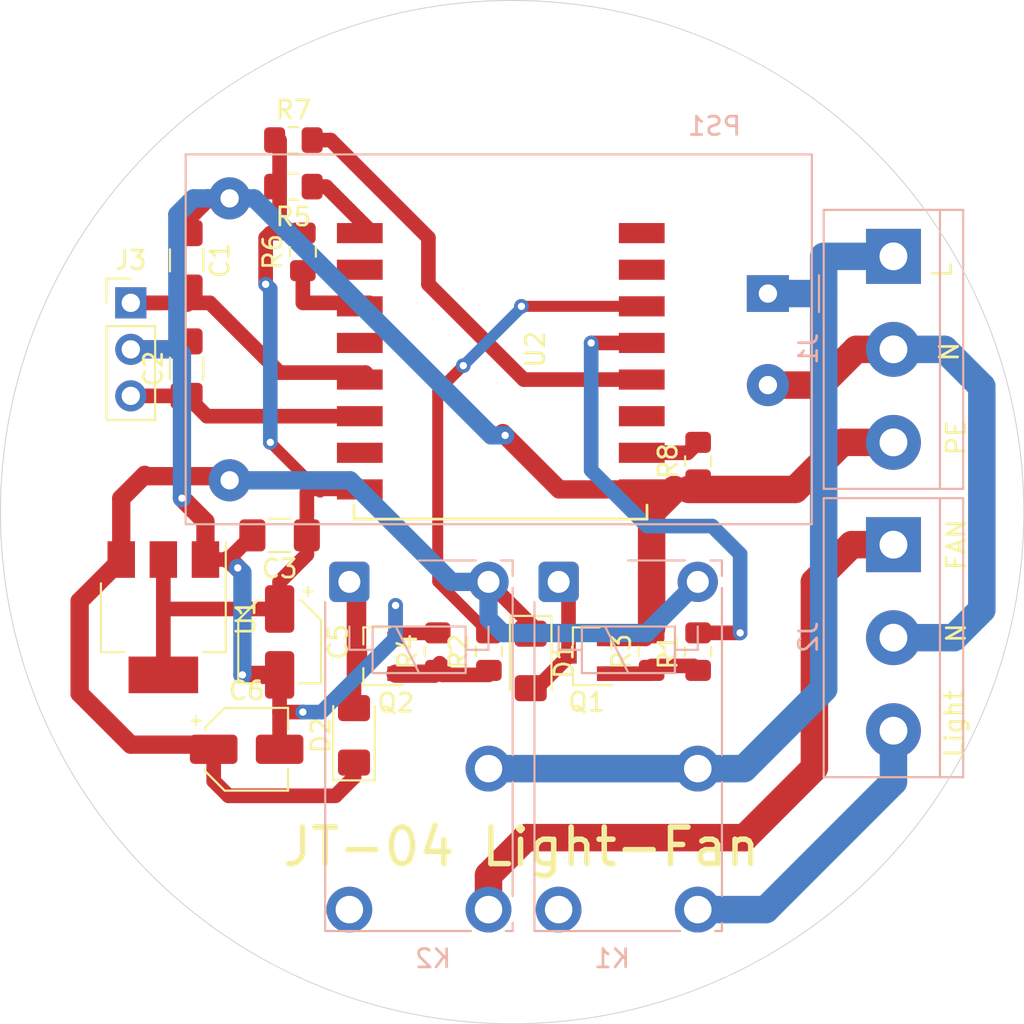
<source format=kicad_pcb>
(kicad_pcb (version 20171130) (host pcbnew 5.1.10-88a1d61d58~88~ubuntu20.04.1)

  (general
    (thickness 1.6)
    (drawings 8)
    (tracks 189)
    (zones 0)
    (modules 25)
    (nets 20)
  )

  (page A4)
  (layers
    (0 F.Cu signal)
    (31 B.Cu signal)
    (32 B.Adhes user)
    (33 F.Adhes user)
    (34 B.Paste user)
    (35 F.Paste user)
    (36 B.SilkS user)
    (37 F.SilkS user)
    (38 B.Mask user)
    (39 F.Mask user)
    (40 Dwgs.User user)
    (41 Cmts.User user)
    (42 Eco1.User user)
    (43 Eco2.User user)
    (44 Edge.Cuts user)
    (45 Margin user)
    (46 B.CrtYd user)
    (47 F.CrtYd user)
    (48 B.Fab user)
    (49 F.Fab user)
  )

  (setup
    (last_trace_width 0.25)
    (user_trace_width 0.6)
    (user_trace_width 0.8)
    (user_trace_width 1)
    (user_trace_width 1.5)
    (trace_clearance 0.2)
    (zone_clearance 0.7)
    (zone_45_only no)
    (trace_min 0.2)
    (via_size 0.8)
    (via_drill 0.4)
    (via_min_size 0.4)
    (via_min_drill 0.3)
    (uvia_size 0.3)
    (uvia_drill 0.1)
    (uvias_allowed no)
    (uvia_min_size 0.2)
    (uvia_min_drill 0.1)
    (edge_width 0.05)
    (segment_width 0.2)
    (pcb_text_width 0.3)
    (pcb_text_size 1.5 1.5)
    (mod_edge_width 0.12)
    (mod_text_size 1 1)
    (mod_text_width 0.15)
    (pad_size 1.524 1.524)
    (pad_drill 0.762)
    (pad_to_mask_clearance 0.05)
    (aux_axis_origin 0 0)
    (visible_elements FFFFFF7F)
    (pcbplotparams
      (layerselection 0x010f0_ffffffff)
      (usegerberextensions false)
      (usegerberattributes false)
      (usegerberadvancedattributes false)
      (creategerberjobfile false)
      (excludeedgelayer true)
      (linewidth 0.100000)
      (plotframeref false)
      (viasonmask false)
      (mode 1)
      (useauxorigin false)
      (hpglpennumber 1)
      (hpglpenspeed 20)
      (hpglpendiameter 15.000000)
      (psnegative false)
      (psa4output false)
      (plotreference true)
      (plotvalue false)
      (plotinvisibletext false)
      (padsonsilk true)
      (subtractmaskfromsilk false)
      (outputformat 1)
      (mirror false)
      (drillshape 0)
      (scaleselection 1)
      (outputdirectory "GERBER/"))
  )

  (net 0 "")
  (net 1 GND)
  (net 2 +3V3)
  (net 3 +5V)
  (net 4 "Net-(D1-Pad2)")
  (net 5 "Net-(D2-Pad2)")
  (net 6 L1)
  (net 7 "Net-(J2-Pad1)")
  (net 8 Button-Light)
  (net 9 Button-FAN)
  (net 10 "Net-(Q1-Pad1)")
  (net 11 "Net-(Q2-Pad1)")
  (net 12 Light)
  (net 13 FAN)
  (net 14 "Net-(R5-Pad1)")
  (net 15 "Net-(R6-Pad1)")
  (net 16 "Net-(R7-Pad2)")
  (net 17 "Net-(R8-Pad2)")
  (net 18 "Net-(J2-Pad3)")
  (net 19 N)

  (net_class Default "This is the default net class."
    (clearance 0.2)
    (trace_width 0.25)
    (via_dia 0.8)
    (via_drill 0.4)
    (uvia_dia 0.3)
    (uvia_drill 0.1)
    (add_net +3V3)
    (add_net +5V)
    (add_net Button-FAN)
    (add_net Button-Light)
    (add_net FAN)
    (add_net GND)
    (add_net L1)
    (add_net Light)
    (add_net N)
    (add_net "Net-(D1-Pad2)")
    (add_net "Net-(D2-Pad2)")
    (add_net "Net-(J2-Pad1)")
    (add_net "Net-(J2-Pad3)")
    (add_net "Net-(Q1-Pad1)")
    (add_net "Net-(Q2-Pad1)")
    (add_net "Net-(R5-Pad1)")
    (add_net "Net-(R6-Pad1)")
    (add_net "Net-(R7-Pad2)")
    (add_net "Net-(R8-Pad2)")
  )

  (module Converter_ACDC:Converter_ACDC_HiLink_HLK-PMxx (layer B.Cu) (tedit 5C1AC1CD) (tstamp 5F791C50)
    (at 166.37 89.662 180)
    (descr "ACDC-Converter, 3W, HiLink, HLK-PMxx, THT, http://www.hlktech.net/product_detail.php?ProId=54")
    (tags "ACDC-Converter 3W THT HiLink board mount module")
    (path /5F8D22C1)
    (fp_text reference PS1 (at 2.921 9.144) (layer B.SilkS)
      (effects (font (size 1 1) (thickness 0.15)) (justify mirror))
    )
    (fp_text value HLK-PM01 (at 15.79 -13.85) (layer B.Fab)
      (effects (font (size 1 1) (thickness 0.15)) (justify mirror))
    )
    (fp_line (start -2.3 -12.5) (end 31.7 -12.5) (layer B.Fab) (width 0.1))
    (fp_line (start 31.7 -12.5) (end 31.7 7.5) (layer B.Fab) (width 0.1))
    (fp_line (start -2.3 -12.5) (end -2.3 -0.99) (layer B.Fab) (width 0.1))
    (fp_line (start -2.3 7.5) (end 31.7 7.5) (layer B.Fab) (width 0.1))
    (fp_line (start -1.29 0) (end -2.29 -1) (layer B.Fab) (width 0.1))
    (fp_line (start -2.29 1) (end -1.29 0) (layer B.Fab) (width 0.1))
    (fp_line (start -2.3 1) (end -2.3 7.5) (layer B.Fab) (width 0.1))
    (fp_line (start -2.55 -12.75) (end 31.95 -12.75) (layer B.CrtYd) (width 0.05))
    (fp_line (start 31.95 -12.75) (end 31.95 7.75) (layer B.CrtYd) (width 0.05))
    (fp_line (start 31.95 7.75) (end -2.55 7.75) (layer B.CrtYd) (width 0.05))
    (fp_line (start -2.55 7.75) (end -2.55 -12.75) (layer B.CrtYd) (width 0.05))
    (fp_line (start -2.4 7.6) (end -2.4 -12.6) (layer B.SilkS) (width 0.12))
    (fp_line (start -2.4 -12.6) (end 31.8 -12.6) (layer B.SilkS) (width 0.12))
    (fp_line (start 31.8 -12.6) (end 31.8 7.6) (layer B.SilkS) (width 0.12))
    (fp_line (start 31.8 7.6) (end -2.4 7.6) (layer B.SilkS) (width 0.12))
    (fp_line (start -2.79 1) (end -2.79 -1.01) (layer B.SilkS) (width 0.12))
    (fp_text user %R (at 14.68 -1.17) (layer B.Fab)
      (effects (font (size 1 1) (thickness 0.15)) (justify mirror))
    )
    (pad 4 thru_hole circle (at 29.4 -10.2 180) (size 2.3 2.3) (drill 1) (layers *.Cu *.Mask)
      (net 3 +5V))
    (pad 2 thru_hole circle (at 0 -5 180) (size 2.3 2.3) (drill 1) (layers *.Cu *.Mask)
      (net 19 N))
    (pad 1 thru_hole rect (at 0 0 180) (size 2.3 2) (drill 1) (layers *.Cu *.Mask)
      (net 6 L1))
    (pad 3 thru_hole circle (at 29.4 5.2 180) (size 2.3 2.3) (drill 1) (layers *.Cu *.Mask)
      (net 1 GND))
    (model ${KISYS3DMOD}/Converter_ACDC.3dshapes/Converter_ACDC_HiLink_HLK-PMxx.wrl
      (at (xyz 0 0 0))
      (scale (xyz 1 1 1))
      (rotate (xyz 0 0 0))
    )
  )

  (module ESP8266:ESP-12E_SMDmin (layer F.Cu) (tedit 5F79EE20) (tstamp 60621CC5)
    (at 144.78 86.36)
    (descr "Module, ESP-8266, ESP-12, 16 pad, SMD")
    (tags "Module ESP-8266 ESP8266")
    (path /5F784DF5)
    (fp_text reference U2 (at 8.89 6.35 90) (layer F.SilkS)
      (effects (font (size 1 1) (thickness 0.15)))
    )
    (fp_text value ESP-12F (at 5.08 6.35 90) (layer F.Fab) hide
      (effects (font (size 1 1) (thickness 0.15)))
    )
    (fp_line (start -2.25 -0.5) (end -2.25 -8.75) (layer F.CrtYd) (width 0.05))
    (fp_line (start -2.25 -8.75) (end 15.25 -8.75) (layer F.CrtYd) (width 0.05))
    (fp_line (start 15.25 -8.75) (end 16.25 -8.75) (layer F.CrtYd) (width 0.05))
    (fp_line (start 16.25 -8.75) (end 16.25 16) (layer F.CrtYd) (width 0.05))
    (fp_line (start 16.25 16) (end -2.25 16) (layer F.CrtYd) (width 0.05))
    (fp_line (start -2.25 16) (end -2.25 -0.5) (layer F.CrtYd) (width 0.05))
    (fp_line (start -1.016 -8.382) (end 14.986 -8.382) (layer F.CrtYd) (width 0.1524))
    (fp_line (start 14.986 -8.382) (end 14.986 -0.889) (layer F.CrtYd) (width 0.1524))
    (fp_line (start -1.016 -8.382) (end -1.016 -1.016) (layer F.CrtYd) (width 0.1524))
    (fp_line (start -1.016 14.859) (end -1.016 15.621) (layer F.SilkS) (width 0.1524))
    (fp_line (start -1.016 15.621) (end 14.986 15.621) (layer F.SilkS) (width 0.1524))
    (fp_line (start 14.986 15.621) (end 14.986 14.859) (layer F.SilkS) (width 0.1524))
    (fp_line (start 14.992 -8.4) (end -1.008 -2.6) (layer F.CrtYd) (width 0.1524))
    (fp_line (start -1.008 -8.4) (end 14.992 -2.6) (layer F.CrtYd) (width 0.1524))
    (fp_line (start -1.008 -2.6) (end 14.992 -2.6) (layer F.CrtYd) (width 0.1524))
    (fp_line (start 15 -8.4) (end 15 15.6) (layer F.Fab) (width 0.05))
    (fp_line (start 14.992 15.6) (end -1.008 15.6) (layer F.Fab) (width 0.05))
    (fp_line (start -1.008 15.6) (end -1.008 -8.4) (layer F.Fab) (width 0.05))
    (fp_line (start -1.008 -8.4) (end 14.992 -8.4) (layer F.Fab) (width 0.05))
    (fp_text user "No Copper" (at 6.892 -5.4) (layer F.CrtYd)
      (effects (font (size 1 1) (thickness 0.15)))
    )
    (pad 16 smd rect (at 14 0) (size 2.5 1.1) (drill (offset 0.7 0)) (layers F.Cu F.Paste F.Mask))
    (pad 15 smd rect (at 14 2) (size 2.5 1.1) (drill (offset 0.7 0)) (layers F.Cu F.Paste F.Mask))
    (pad 14 smd rect (at 14 4) (size 2.5 1.1) (drill (offset 0.7 0)) (layers F.Cu F.Paste F.Mask)
      (net 13 FAN))
    (pad 13 smd rect (at 14 6) (size 2.5 1.1) (drill (offset 0.7 0)) (layers F.Cu F.Paste F.Mask)
      (net 12 Light))
    (pad 12 smd rect (at 14 8) (size 2.5 1.1) (drill (offset 0.7 0)) (layers F.Cu F.Paste F.Mask)
      (net 16 "Net-(R7-Pad2)"))
    (pad 11 smd rect (at 14 10) (size 2.5 1.1) (drill (offset 0.7 0)) (layers F.Cu F.Paste F.Mask))
    (pad 10 smd rect (at 14 12) (size 2.5 1.1) (drill (offset 0.7 0)) (layers F.Cu F.Paste F.Mask)
      (net 17 "Net-(R8-Pad2)"))
    (pad 9 smd rect (at 14 14) (size 2.5 1.1) (drill (offset 0.7 0)) (layers F.Cu F.Paste F.Mask)
      (net 1 GND))
    (pad 8 smd rect (at 0 14) (size 2.5 1.1) (drill (offset -0.7 0)) (layers F.Cu F.Paste F.Mask)
      (net 2 +3V3))
    (pad 7 smd rect (at 0 12) (size 2.5 1.1) (drill (offset -0.7 0)) (layers F.Cu F.Paste F.Mask))
    (pad 6 smd rect (at 0 10) (size 2.5 1.1) (drill (offset -0.7 0)) (layers F.Cu F.Paste F.Mask)
      (net 9 Button-FAN))
    (pad 5 smd rect (at 0 8) (size 2.5 1.1) (drill (offset -0.7 0)) (layers F.Cu F.Paste F.Mask)
      (net 8 Button-Light))
    (pad 4 smd rect (at 0 6) (size 2.5 1.1) (drill (offset -0.7 0)) (layers F.Cu F.Paste F.Mask))
    (pad 3 smd rect (at 0 4) (size 2.5 1.1) (drill (offset -0.7 0)) (layers F.Cu F.Paste F.Mask)
      (net 15 "Net-(R6-Pad1)"))
    (pad 2 smd rect (at 0 2) (size 2.5 1.1) (drill (offset -0.7 0)) (layers F.Cu F.Paste F.Mask))
    (pad 1 smd rect (at 0 0) (size 2.5 1.1) (drill (offset -0.7 0)) (layers F.Cu F.Paste F.Mask)
      (net 14 "Net-(R5-Pad1)"))
    (model ${ESPLIB}/ESP8266.3dshapes/ESP-12.wrl
      (at (xyz 0 0 0))
      (scale (xyz 0.3937 0.3937 0.3937))
      (rotate (xyz 0 0 0))
    )
  )

  (module TerminalBlock:TerminalBlock_bornier-3_P5.08mm (layer B.Cu) (tedit 59FF03B9) (tstamp 5F791BA5)
    (at 173.228 103.378 270)
    (descr "simple 3-pin terminal block, pitch 5.08mm, revamped version of bornier3")
    (tags "terminal block bornier3")
    (path /5F78AC31)
    (fp_text reference J2 (at 5.05 4.65 90) (layer B.SilkS)
      (effects (font (size 1 1) (thickness 0.15)) (justify mirror))
    )
    (fp_text value FAN-Light (at 5.08 -5.08 90) (layer B.Fab) hide
      (effects (font (size 1 1) (thickness 0.15)) (justify mirror))
    )
    (fp_line (start -2.47 -2.55) (end 12.63 -2.55) (layer B.Fab) (width 0.1))
    (fp_line (start -2.47 3.75) (end 12.63 3.75) (layer B.Fab) (width 0.1))
    (fp_line (start 12.63 3.75) (end 12.63 -3.75) (layer B.Fab) (width 0.1))
    (fp_line (start 12.63 -3.75) (end -2.47 -3.75) (layer B.Fab) (width 0.1))
    (fp_line (start -2.47 -3.75) (end -2.47 3.75) (layer B.Fab) (width 0.1))
    (fp_line (start -2.54 -3.81) (end -2.54 3.81) (layer B.SilkS) (width 0.12))
    (fp_line (start 12.7 -3.81) (end 12.7 3.81) (layer B.SilkS) (width 0.12))
    (fp_line (start -2.54 -2.54) (end 12.7 -2.54) (layer B.SilkS) (width 0.12))
    (fp_line (start -2.54 3.81) (end 12.7 3.81) (layer B.SilkS) (width 0.12))
    (fp_line (start -2.54 -3.81) (end 12.7 -3.81) (layer B.SilkS) (width 0.12))
    (fp_line (start -2.72 4) (end 12.88 4) (layer B.CrtYd) (width 0.05))
    (fp_line (start -2.72 4) (end -2.72 -4) (layer B.CrtYd) (width 0.05))
    (fp_line (start 12.88 -4) (end 12.88 4) (layer B.CrtYd) (width 0.05))
    (fp_line (start 12.88 -4) (end -2.72 -4) (layer B.CrtYd) (width 0.05))
    (fp_text user %R (at 5.08 0 90) (layer B.Fab)
      (effects (font (size 1 1) (thickness 0.15)) (justify mirror))
    )
    (pad 1 thru_hole rect (at 0 0 270) (size 3 3) (drill 1.52) (layers *.Cu *.Mask)
      (net 7 "Net-(J2-Pad1)"))
    (pad 2 thru_hole circle (at 5.08 0 270) (size 3 3) (drill 1.52) (layers *.Cu *.Mask)
      (net 19 N))
    (pad 3 thru_hole circle (at 10.16 0 270) (size 3 3) (drill 1.52) (layers *.Cu *.Mask)
      (net 18 "Net-(J2-Pad3)"))
    (model ${KISYS3DMOD}/TerminalBlock.3dshapes/TerminalBlock_bornier-3_P5.08mm.wrl
      (offset (xyz 5.079999923706055 0 0))
      (scale (xyz 1 1 1))
      (rotate (xyz 0 0 0))
    )
  )

  (module Relay_THT:Relay_Relpol-RM40-1P (layer B.Cu) (tedit 5F784219) (tstamp 60885E5E)
    (at 154.94 105.41 270)
    (descr "Miniature PCB Relay, PCH Series, 1 Form A (NO), SPST http://www.te.com/commerce/DocumentDelivery/DDEController?Action=showdoc&DocId=Data+Sheet%7FPCH_series_relay_data_sheet_E%7F1215%7Fpdf%7FEnglish%7FENG_DS_PCH_series_relay_data_sheet_E_1215.pdf")
    (tags "Relay SPST NO")
    (path /5F783395)
    (fp_text reference K1 (at 20.574 -2.921 180) (layer B.SilkS)
      (effects (font (size 1 1) (thickness 0.15)) (justify mirror))
    )
    (fp_text value RM40P1 (at 9 -10 90) (layer B.Fab)
      (effects (font (size 1 1) (thickness 0.15)) (justify mirror))
    )
    (fp_line (start 18.95 -8.8) (end -1.05 -8.8) (layer B.Fab) (width 0.1))
    (fp_line (start 19.07 -8.92) (end 18.63 -8.92) (layer B.SilkS) (width 0.12))
    (fp_line (start 3.71 -1.27) (end 4.98 -1.27) (layer B.SilkS) (width 0.12))
    (fp_line (start 2.44 -2.54) (end 4.98 -3.81) (layer B.SilkS) (width 0.12))
    (fp_line (start 2.44 0) (end 3.71 0) (layer B.SilkS) (width 0.12))
    (fp_line (start -1.05 -8.8) (end -1.05 0.2) (layer B.Fab) (width 0.1))
    (fp_line (start -0.05 1.2) (end 18.95 1.2) (layer B.Fab) (width 0.1))
    (fp_line (start 3.71 -7.6) (end 2.44 -7.6) (layer B.SilkS) (width 0.12))
    (fp_line (start 2.44 -6.35) (end 2.44 -1.27) (layer B.SilkS) (width 0.12))
    (fp_line (start -1.35 -9.1) (end -1.35 1.45) (layer B.CrtYd) (width 0.05))
    (fp_line (start 0 -1.8) (end 0 -5.8) (layer B.Fab) (width 0.1))
    (fp_line (start 19.4 -9.1) (end -1.35 -9.1) (layer B.CrtYd) (width 0.05))
    (fp_line (start 19.4 1.45) (end 19.4 -9.1) (layer B.CrtYd) (width 0.05))
    (fp_line (start 18.95 1.2) (end 18.95 -8.8) (layer B.Fab) (width 0.1))
    (fp_line (start 2.44 -1.27) (end 3.71 -1.27) (layer B.SilkS) (width 0.12))
    (fp_line (start 3.71 -6.35) (end 3.71 -7.6) (layer B.SilkS) (width 0.12))
    (fp_line (start 4.98 -1.27) (end 4.98 -6.35) (layer B.SilkS) (width 0.12))
    (fp_line (start 3.71 0) (end 3.71 -1.27) (layer B.SilkS) (width 0.12))
    (fp_line (start 4.98 -6.35) (end 2.44 -6.35) (layer B.SilkS) (width 0.12))
    (fp_line (start 19.07 -8.92) (end 19.07 -8.55) (layer B.SilkS) (width 0.12))
    (fp_line (start 17.16 -8.92) (end 10.93 -8.92) (layer B.SilkS) (width 0.12))
    (fp_line (start 9.46 -8.92) (end 0.329995 -8.92) (layer B.SilkS) (width 0.12))
    (fp_line (start -0.33 -8.92) (end -1.17 -8.92) (layer B.SilkS) (width 0.12))
    (fp_line (start -1.17 -8.29) (end -1.17 -8.92) (layer B.SilkS) (width 0.12))
    (fp_line (start -1.17 -3.8) (end -1.17 -6.9) (layer B.SilkS) (width 0.12))
    (fp_line (start 19.07 1.32) (end 1.109998 1.32) (layer B.SilkS) (width 0.12))
    (fp_line (start 19.07 1.32) (end 19.07 -6.64) (layer B.SilkS) (width 0.12))
    (fp_line (start -1.35 1.45) (end 19.4 1.45) (layer B.CrtYd) (width 0.05))
    (fp_line (start -0.05 1.2) (end -1.05 0.2) (layer B.Fab) (width 0.1))
    (fp_text user %R (at 8.95 -3.8 90) (layer B.Fab)
      (effects (font (size 1 1) (thickness 0.15)) (justify mirror))
    )
    (pad 11 thru_hole circle (at 10.2 -7.6 270) (size 2.5 2.5) (drill 1.5) (layers *.Cu *.Mask)
      (net 6 L1))
    (pad A2 thru_hole roundrect (at 0 0 270) (size 2.2 2.2) (drill 1.2) (layers *.Cu *.Mask) (roundrect_rratio 0.155)
      (net 4 "Net-(D1-Pad2)"))
    (pad A1 thru_hole circle (at 0 -7.6 270) (size 2.2 2.2) (drill 1.2) (layers *.Cu *.Mask)
      (net 3 +5V))
    (pad 14 thru_hole circle (at 17.9 -7.6 270) (size 2.5 2.5) (drill 1.5) (layers *.Cu *.Mask)
      (net 18 "Net-(J2-Pad3)"))
    (pad 12 thru_hole circle (at 17.9 0 270) (size 2.5 2.5) (drill 1.5) (layers *.Cu *.Mask))
    (model ${KISYS3DMOD}/Relay_THT.3dshapes/Relay_SPST_TE_PCH-1xxx2M.wrl
      (at (xyz 0 0 0))
      (scale (xyz 1 1 1))
      (rotate (xyz 0 0 0))
    )
  )

  (module Resistor_SMD:R_1206_3216Metric_Pad1.42x1.75mm_HandSolder (layer F.Cu) (tedit 5B301BBD) (tstamp 5F791AF2)
    (at 139.7 102.87 180)
    (descr "Resistor SMD 1206 (3216 Metric), square (rectangular) end terminal, IPC_7351 nominal with elongated pad for handsoldering. (Body size source: http://www.tortai-tech.com/upload/download/2011102023233369053.pdf), generated with kicad-footprint-generator")
    (tags "resistor handsolder")
    (path /5F82E9AD)
    (attr smd)
    (fp_text reference C3 (at 0 -1.82) (layer F.SilkS)
      (effects (font (size 1 1) (thickness 0.15)))
    )
    (fp_text value 100nF (at 0 1.82) (layer F.Fab)
      (effects (font (size 1 1) (thickness 0.15)))
    )
    (fp_line (start 2.45 1.12) (end -2.45 1.12) (layer F.CrtYd) (width 0.05))
    (fp_line (start 2.45 -1.12) (end 2.45 1.12) (layer F.CrtYd) (width 0.05))
    (fp_line (start -2.45 -1.12) (end 2.45 -1.12) (layer F.CrtYd) (width 0.05))
    (fp_line (start -2.45 1.12) (end -2.45 -1.12) (layer F.CrtYd) (width 0.05))
    (fp_line (start -0.602064 0.91) (end 0.602064 0.91) (layer F.SilkS) (width 0.12))
    (fp_line (start -0.602064 -0.91) (end 0.602064 -0.91) (layer F.SilkS) (width 0.12))
    (fp_line (start 1.6 0.8) (end -1.6 0.8) (layer F.Fab) (width 0.1))
    (fp_line (start 1.6 -0.8) (end 1.6 0.8) (layer F.Fab) (width 0.1))
    (fp_line (start -1.6 -0.8) (end 1.6 -0.8) (layer F.Fab) (width 0.1))
    (fp_line (start -1.6 0.8) (end -1.6 -0.8) (layer F.Fab) (width 0.1))
    (fp_text user %R (at 0 0) (layer F.Fab)
      (effects (font (size 0.8 0.8) (thickness 0.12)))
    )
    (pad 2 smd roundrect (at 1.4875 0 180) (size 1.425 1.75) (layers F.Cu F.Paste F.Mask) (roundrect_rratio 0.1754385964912281)
      (net 1 GND))
    (pad 1 smd roundrect (at -1.4875 0 180) (size 1.425 1.75) (layers F.Cu F.Paste F.Mask) (roundrect_rratio 0.1754385964912281)
      (net 2 +3V3))
    (model ${KISYS3DMOD}/Resistor_SMD.3dshapes/R_1206_3216Metric.wrl
      (at (xyz 0 0 0))
      (scale (xyz 1 1 1))
      (rotate (xyz 0 0 0))
    )
  )

  (module Capacitor_SMD:CP_Elec_4x5.7 (layer F.Cu) (tedit 5BCA39CF) (tstamp 5F791B2B)
    (at 139.7 108.69 270)
    (descr "SMD capacitor, aluminum electrolytic, United Chemi-Con, 4.0x5.7mm")
    (tags "capacitor electrolytic")
    (path /5F866C3D)
    (attr smd)
    (fp_text reference C5 (at 0 -3.2 90) (layer F.SilkS)
      (effects (font (size 1 1) (thickness 0.15)))
    )
    (fp_text value 22uF (at 0 3.2 90) (layer F.Fab)
      (effects (font (size 1 1) (thickness 0.15)))
    )
    (fp_circle (center 0 0) (end 2 0) (layer F.Fab) (width 0.1))
    (fp_line (start 2.15 -2.15) (end 2.15 2.15) (layer F.Fab) (width 0.1))
    (fp_line (start -1.15 -2.15) (end 2.15 -2.15) (layer F.Fab) (width 0.1))
    (fp_line (start -1.15 2.15) (end 2.15 2.15) (layer F.Fab) (width 0.1))
    (fp_line (start -2.15 -1.15) (end -2.15 1.15) (layer F.Fab) (width 0.1))
    (fp_line (start -2.15 -1.15) (end -1.15 -2.15) (layer F.Fab) (width 0.1))
    (fp_line (start -2.15 1.15) (end -1.15 2.15) (layer F.Fab) (width 0.1))
    (fp_line (start -1.574773 -1) (end -1.174773 -1) (layer F.Fab) (width 0.1))
    (fp_line (start -1.374773 -1.2) (end -1.374773 -0.8) (layer F.Fab) (width 0.1))
    (fp_line (start 2.26 2.26) (end 2.26 1.06) (layer F.SilkS) (width 0.12))
    (fp_line (start 2.26 -2.26) (end 2.26 -1.06) (layer F.SilkS) (width 0.12))
    (fp_line (start -1.195563 -2.26) (end 2.26 -2.26) (layer F.SilkS) (width 0.12))
    (fp_line (start -1.195563 2.26) (end 2.26 2.26) (layer F.SilkS) (width 0.12))
    (fp_line (start -2.26 1.195563) (end -2.26 1.06) (layer F.SilkS) (width 0.12))
    (fp_line (start -2.26 -1.195563) (end -2.26 -1.06) (layer F.SilkS) (width 0.12))
    (fp_line (start -2.26 -1.195563) (end -1.195563 -2.26) (layer F.SilkS) (width 0.12))
    (fp_line (start -2.26 1.195563) (end -1.195563 2.26) (layer F.SilkS) (width 0.12))
    (fp_line (start -3 -1.56) (end -2.5 -1.56) (layer F.SilkS) (width 0.12))
    (fp_line (start -2.75 -1.81) (end -2.75 -1.31) (layer F.SilkS) (width 0.12))
    (fp_line (start 2.4 -2.4) (end 2.4 -1.05) (layer F.CrtYd) (width 0.05))
    (fp_line (start 2.4 -1.05) (end 3.35 -1.05) (layer F.CrtYd) (width 0.05))
    (fp_line (start 3.35 -1.05) (end 3.35 1.05) (layer F.CrtYd) (width 0.05))
    (fp_line (start 3.35 1.05) (end 2.4 1.05) (layer F.CrtYd) (width 0.05))
    (fp_line (start 2.4 1.05) (end 2.4 2.4) (layer F.CrtYd) (width 0.05))
    (fp_line (start -1.25 2.4) (end 2.4 2.4) (layer F.CrtYd) (width 0.05))
    (fp_line (start -1.25 -2.4) (end 2.4 -2.4) (layer F.CrtYd) (width 0.05))
    (fp_line (start -2.4 1.25) (end -1.25 2.4) (layer F.CrtYd) (width 0.05))
    (fp_line (start -2.4 -1.25) (end -1.25 -2.4) (layer F.CrtYd) (width 0.05))
    (fp_line (start -2.4 -1.25) (end -2.4 -1.05) (layer F.CrtYd) (width 0.05))
    (fp_line (start -2.4 1.05) (end -2.4 1.25) (layer F.CrtYd) (width 0.05))
    (fp_line (start -2.4 -1.05) (end -3.35 -1.05) (layer F.CrtYd) (width 0.05))
    (fp_line (start -3.35 -1.05) (end -3.35 1.05) (layer F.CrtYd) (width 0.05))
    (fp_line (start -3.35 1.05) (end -2.4 1.05) (layer F.CrtYd) (width 0.05))
    (fp_text user %R (at 0 0 90) (layer F.Fab)
      (effects (font (size 0.8 0.8) (thickness 0.12)))
    )
    (pad 1 smd roundrect (at -1.8 0 270) (size 2.6 1.6) (layers F.Cu F.Paste F.Mask) (roundrect_rratio 0.15625)
      (net 2 +3V3))
    (pad 2 smd roundrect (at 1.8 0 270) (size 2.6 1.6) (layers F.Cu F.Paste F.Mask) (roundrect_rratio 0.15625)
      (net 1 GND))
    (model ${KISYS3DMOD}/Capacitor_SMD.3dshapes/CP_Elec_4x5.7.wrl
      (at (xyz 0 0 0))
      (scale (xyz 1 1 1))
      (rotate (xyz 0 0 0))
    )
  )

  (module Capacitor_SMD:CP_Elec_4x5.7 (layer F.Cu) (tedit 5BCA39CF) (tstamp 5F791B53)
    (at 137.9 114.554)
    (descr "SMD capacitor, aluminum electrolytic, United Chemi-Con, 4.0x5.7mm")
    (tags "capacitor electrolytic")
    (path /5F8675CF)
    (attr smd)
    (fp_text reference C6 (at 0 -3.2) (layer F.SilkS)
      (effects (font (size 1 1) (thickness 0.15)))
    )
    (fp_text value 22uF (at 0 3.2) (layer F.Fab)
      (effects (font (size 1 1) (thickness 0.15)))
    )
    (fp_line (start -3.35 1.05) (end -2.4 1.05) (layer F.CrtYd) (width 0.05))
    (fp_line (start -3.35 -1.05) (end -3.35 1.05) (layer F.CrtYd) (width 0.05))
    (fp_line (start -2.4 -1.05) (end -3.35 -1.05) (layer F.CrtYd) (width 0.05))
    (fp_line (start -2.4 1.05) (end -2.4 1.25) (layer F.CrtYd) (width 0.05))
    (fp_line (start -2.4 -1.25) (end -2.4 -1.05) (layer F.CrtYd) (width 0.05))
    (fp_line (start -2.4 -1.25) (end -1.25 -2.4) (layer F.CrtYd) (width 0.05))
    (fp_line (start -2.4 1.25) (end -1.25 2.4) (layer F.CrtYd) (width 0.05))
    (fp_line (start -1.25 -2.4) (end 2.4 -2.4) (layer F.CrtYd) (width 0.05))
    (fp_line (start -1.25 2.4) (end 2.4 2.4) (layer F.CrtYd) (width 0.05))
    (fp_line (start 2.4 1.05) (end 2.4 2.4) (layer F.CrtYd) (width 0.05))
    (fp_line (start 3.35 1.05) (end 2.4 1.05) (layer F.CrtYd) (width 0.05))
    (fp_line (start 3.35 -1.05) (end 3.35 1.05) (layer F.CrtYd) (width 0.05))
    (fp_line (start 2.4 -1.05) (end 3.35 -1.05) (layer F.CrtYd) (width 0.05))
    (fp_line (start 2.4 -2.4) (end 2.4 -1.05) (layer F.CrtYd) (width 0.05))
    (fp_line (start -2.75 -1.81) (end -2.75 -1.31) (layer F.SilkS) (width 0.12))
    (fp_line (start -3 -1.56) (end -2.5 -1.56) (layer F.SilkS) (width 0.12))
    (fp_line (start -2.26 1.195563) (end -1.195563 2.26) (layer F.SilkS) (width 0.12))
    (fp_line (start -2.26 -1.195563) (end -1.195563 -2.26) (layer F.SilkS) (width 0.12))
    (fp_line (start -2.26 -1.195563) (end -2.26 -1.06) (layer F.SilkS) (width 0.12))
    (fp_line (start -2.26 1.195563) (end -2.26 1.06) (layer F.SilkS) (width 0.12))
    (fp_line (start -1.195563 2.26) (end 2.26 2.26) (layer F.SilkS) (width 0.12))
    (fp_line (start -1.195563 -2.26) (end 2.26 -2.26) (layer F.SilkS) (width 0.12))
    (fp_line (start 2.26 -2.26) (end 2.26 -1.06) (layer F.SilkS) (width 0.12))
    (fp_line (start 2.26 2.26) (end 2.26 1.06) (layer F.SilkS) (width 0.12))
    (fp_line (start -1.374773 -1.2) (end -1.374773 -0.8) (layer F.Fab) (width 0.1))
    (fp_line (start -1.574773 -1) (end -1.174773 -1) (layer F.Fab) (width 0.1))
    (fp_line (start -2.15 1.15) (end -1.15 2.15) (layer F.Fab) (width 0.1))
    (fp_line (start -2.15 -1.15) (end -1.15 -2.15) (layer F.Fab) (width 0.1))
    (fp_line (start -2.15 -1.15) (end -2.15 1.15) (layer F.Fab) (width 0.1))
    (fp_line (start -1.15 2.15) (end 2.15 2.15) (layer F.Fab) (width 0.1))
    (fp_line (start -1.15 -2.15) (end 2.15 -2.15) (layer F.Fab) (width 0.1))
    (fp_line (start 2.15 -2.15) (end 2.15 2.15) (layer F.Fab) (width 0.1))
    (fp_circle (center 0 0) (end 2 0) (layer F.Fab) (width 0.1))
    (fp_text user %R (at 0 0) (layer F.Fab)
      (effects (font (size 0.8 0.8) (thickness 0.12)))
    )
    (pad 2 smd roundrect (at 1.8 0) (size 2.6 1.6) (layers F.Cu F.Paste F.Mask) (roundrect_rratio 0.15625)
      (net 1 GND))
    (pad 1 smd roundrect (at -1.8 0) (size 2.6 1.6) (layers F.Cu F.Paste F.Mask) (roundrect_rratio 0.15625)
      (net 3 +5V))
    (model ${KISYS3DMOD}/Capacitor_SMD.3dshapes/CP_Elec_4x5.7.wrl
      (at (xyz 0 0 0))
      (scale (xyz 1 1 1))
      (rotate (xyz 0 0 0))
    )
  )

  (module TerminalBlock:TerminalBlock_bornier-3_P5.08mm (layer B.Cu) (tedit 59FF03B9) (tstamp 6078870C)
    (at 173.228 87.63 270)
    (descr "simple 3-pin terminal block, pitch 5.08mm, revamped version of bornier3")
    (tags "terminal block bornier3")
    (path /5F78B1C1)
    (fp_text reference J1 (at 5.05 4.65 90) (layer B.SilkS)
      (effects (font (size 1 1) (thickness 0.15)) (justify mirror))
    )
    (fp_text value 230VAC (at 5.08 -5.08 90) (layer B.Fab) hide
      (effects (font (size 1 1) (thickness 0.15)) (justify mirror))
    )
    (fp_line (start 12.88 -4) (end -2.72 -4) (layer B.CrtYd) (width 0.05))
    (fp_line (start 12.88 -4) (end 12.88 4) (layer B.CrtYd) (width 0.05))
    (fp_line (start -2.72 4) (end -2.72 -4) (layer B.CrtYd) (width 0.05))
    (fp_line (start -2.72 4) (end 12.88 4) (layer B.CrtYd) (width 0.05))
    (fp_line (start -2.54 -3.81) (end 12.7 -3.81) (layer B.SilkS) (width 0.12))
    (fp_line (start -2.54 3.81) (end 12.7 3.81) (layer B.SilkS) (width 0.12))
    (fp_line (start -2.54 -2.54) (end 12.7 -2.54) (layer B.SilkS) (width 0.12))
    (fp_line (start 12.7 -3.81) (end 12.7 3.81) (layer B.SilkS) (width 0.12))
    (fp_line (start -2.54 -3.81) (end -2.54 3.81) (layer B.SilkS) (width 0.12))
    (fp_line (start -2.47 -3.75) (end -2.47 3.75) (layer B.Fab) (width 0.1))
    (fp_line (start 12.63 -3.75) (end -2.47 -3.75) (layer B.Fab) (width 0.1))
    (fp_line (start 12.63 3.75) (end 12.63 -3.75) (layer B.Fab) (width 0.1))
    (fp_line (start -2.47 3.75) (end 12.63 3.75) (layer B.Fab) (width 0.1))
    (fp_line (start -2.47 -2.55) (end 12.63 -2.55) (layer B.Fab) (width 0.1))
    (fp_text user %R (at 5.08 0 90) (layer B.Fab)
      (effects (font (size 1 1) (thickness 0.15)) (justify mirror))
    )
    (pad 3 thru_hole circle (at 10.16 0 270) (size 3 3) (drill 1.52) (layers *.Cu *.Mask)
      (net 1 GND))
    (pad 2 thru_hole circle (at 5.08 0 270) (size 3 3) (drill 1.52) (layers *.Cu *.Mask)
      (net 19 N))
    (pad 1 thru_hole rect (at 0 0 270) (size 3 3) (drill 1.52) (layers *.Cu *.Mask)
      (net 6 L1))
    (model ${KISYS3DMOD}/TerminalBlock.3dshapes/TerminalBlock_bornier-3_P5.08mm.wrl
      (offset (xyz 5.079999923706055 0 0))
      (scale (xyz 1 1 1))
      (rotate (xyz 0 0 0))
    )
  )

  (module Connector_PinHeader_2.54mm:PinHeader_1x03_P2.54mm_Vertical (layer F.Cu) (tedit 59FED5CC) (tstamp 6061C7FA)
    (at 131.572 90.17)
    (descr "Through hole straight pin header, 1x03, 2.54mm pitch, single row")
    (tags "Through hole pin header THT 1x03 2.54mm single row")
    (path /5F8445DD)
    (fp_text reference J3 (at 0 -2.33) (layer F.SilkS)
      (effects (font (size 1 1) (thickness 0.15)))
    )
    (fp_text value Conn_01x03 (at 0 7.41) (layer F.Fab) hide
      (effects (font (size 1 1) (thickness 0.15)))
    )
    (fp_line (start -0.635 -1.27) (end 1.27 -1.27) (layer F.Fab) (width 0.1))
    (fp_line (start 1.27 -1.27) (end 1.27 6.35) (layer F.Fab) (width 0.1))
    (fp_line (start 1.27 6.35) (end -1.27 6.35) (layer F.Fab) (width 0.1))
    (fp_line (start -1.27 6.35) (end -1.27 -0.635) (layer F.Fab) (width 0.1))
    (fp_line (start -1.27 -0.635) (end -0.635 -1.27) (layer F.Fab) (width 0.1))
    (fp_line (start -1.33 6.41) (end 1.33 6.41) (layer F.SilkS) (width 0.12))
    (fp_line (start -1.33 1.27) (end -1.33 6.41) (layer F.SilkS) (width 0.12))
    (fp_line (start 1.33 1.27) (end 1.33 6.41) (layer F.SilkS) (width 0.12))
    (fp_line (start -1.33 1.27) (end 1.33 1.27) (layer F.SilkS) (width 0.12))
    (fp_line (start -1.33 0) (end -1.33 -1.33) (layer F.SilkS) (width 0.12))
    (fp_line (start -1.33 -1.33) (end 0 -1.33) (layer F.SilkS) (width 0.12))
    (fp_line (start -1.8 -1.8) (end -1.8 6.85) (layer F.CrtYd) (width 0.05))
    (fp_line (start -1.8 6.85) (end 1.8 6.85) (layer F.CrtYd) (width 0.05))
    (fp_line (start 1.8 6.85) (end 1.8 -1.8) (layer F.CrtYd) (width 0.05))
    (fp_line (start 1.8 -1.8) (end -1.8 -1.8) (layer F.CrtYd) (width 0.05))
    (fp_text user %R (at 0 2.54 90) (layer F.Fab)
      (effects (font (size 1 1) (thickness 0.15)))
    )
    (pad 1 thru_hole rect (at 0 0) (size 1.7 1.7) (drill 1) (layers *.Cu *.Mask)
      (net 8 Button-Light))
    (pad 2 thru_hole oval (at 0 2.54) (size 1.7 1.7) (drill 1) (layers *.Cu *.Mask)
      (net 1 GND))
    (pad 3 thru_hole oval (at 0 5.08) (size 1.7 1.7) (drill 1) (layers *.Cu *.Mask)
      (net 9 Button-FAN))
    (model ${KISYS3DMOD}/Connector_PinHeader_2.54mm.3dshapes/PinHeader_1x03_P2.54mm_Vertical.wrl
      (at (xyz 0 0 0))
      (scale (xyz 1 1 1))
      (rotate (xyz 0 0 0))
    )
  )

  (module Relay_THT:Relay_Relpol-RM40-1P (layer B.Cu) (tedit 5F784219) (tstamp 60885D53)
    (at 143.51 105.41 270)
    (descr "Miniature PCB Relay, PCH Series, 1 Form A (NO), SPST http://www.te.com/commerce/DocumentDelivery/DDEController?Action=showdoc&DocId=Data+Sheet%7FPCH_series_relay_data_sheet_E%7F1215%7Fpdf%7FEnglish%7FENG_DS_PCH_series_relay_data_sheet_E_1215.pdf")
    (tags "Relay SPST NO")
    (path /5F7DFC28)
    (fp_text reference K2 (at 20.574 -4.572 180) (layer B.SilkS)
      (effects (font (size 1 1) (thickness 0.15)) (justify mirror))
    )
    (fp_text value RM40P1 (at 9 -10 90) (layer B.Fab)
      (effects (font (size 1 1) (thickness 0.15)) (justify mirror))
    )
    (fp_line (start -0.05 1.2) (end -1.05 0.2) (layer B.Fab) (width 0.1))
    (fp_line (start -1.35 1.45) (end 19.4 1.45) (layer B.CrtYd) (width 0.05))
    (fp_line (start 19.07 1.32) (end 19.07 -6.64) (layer B.SilkS) (width 0.12))
    (fp_line (start 19.07 1.32) (end 1.109998 1.32) (layer B.SilkS) (width 0.12))
    (fp_line (start -1.17 -3.8) (end -1.17 -6.9) (layer B.SilkS) (width 0.12))
    (fp_line (start -1.17 -8.29) (end -1.17 -8.92) (layer B.SilkS) (width 0.12))
    (fp_line (start -0.33 -8.92) (end -1.17 -8.92) (layer B.SilkS) (width 0.12))
    (fp_line (start 9.46 -8.92) (end 0.329995 -8.92) (layer B.SilkS) (width 0.12))
    (fp_line (start 17.16 -8.92) (end 10.93 -8.92) (layer B.SilkS) (width 0.12))
    (fp_line (start 19.07 -8.92) (end 19.07 -8.55) (layer B.SilkS) (width 0.12))
    (fp_line (start 4.98 -6.35) (end 2.44 -6.35) (layer B.SilkS) (width 0.12))
    (fp_line (start 3.71 0) (end 3.71 -1.27) (layer B.SilkS) (width 0.12))
    (fp_line (start 4.98 -1.27) (end 4.98 -6.35) (layer B.SilkS) (width 0.12))
    (fp_line (start 3.71 -6.35) (end 3.71 -7.6) (layer B.SilkS) (width 0.12))
    (fp_line (start 2.44 -1.27) (end 3.71 -1.27) (layer B.SilkS) (width 0.12))
    (fp_line (start 18.95 1.2) (end 18.95 -8.8) (layer B.Fab) (width 0.1))
    (fp_line (start 19.4 1.45) (end 19.4 -9.1) (layer B.CrtYd) (width 0.05))
    (fp_line (start 19.4 -9.1) (end -1.35 -9.1) (layer B.CrtYd) (width 0.05))
    (fp_line (start 0 -1.8) (end 0 -5.8) (layer B.Fab) (width 0.1))
    (fp_line (start -1.35 -9.1) (end -1.35 1.45) (layer B.CrtYd) (width 0.05))
    (fp_line (start 2.44 -6.35) (end 2.44 -1.27) (layer B.SilkS) (width 0.12))
    (fp_line (start 3.71 -7.6) (end 2.44 -7.6) (layer B.SilkS) (width 0.12))
    (fp_line (start -0.05 1.2) (end 18.95 1.2) (layer B.Fab) (width 0.1))
    (fp_line (start -1.05 -8.8) (end -1.05 0.2) (layer B.Fab) (width 0.1))
    (fp_line (start 2.44 0) (end 3.71 0) (layer B.SilkS) (width 0.12))
    (fp_line (start 2.44 -2.54) (end 4.98 -3.81) (layer B.SilkS) (width 0.12))
    (fp_line (start 3.71 -1.27) (end 4.98 -1.27) (layer B.SilkS) (width 0.12))
    (fp_line (start 19.07 -8.92) (end 18.63 -8.92) (layer B.SilkS) (width 0.12))
    (fp_line (start 18.95 -8.8) (end -1.05 -8.8) (layer B.Fab) (width 0.1))
    (fp_text user %R (at 8.95 -3.8 90) (layer B.Fab)
      (effects (font (size 1 1) (thickness 0.15)) (justify mirror))
    )
    (pad 12 thru_hole circle (at 17.9 0 270) (size 2.5 2.5) (drill 1.5) (layers *.Cu *.Mask))
    (pad 14 thru_hole circle (at 17.9 -7.6 270) (size 2.5 2.5) (drill 1.5) (layers *.Cu *.Mask)
      (net 7 "Net-(J2-Pad1)"))
    (pad A1 thru_hole circle (at 0 -7.6 270) (size 2.2 2.2) (drill 1.2) (layers *.Cu *.Mask)
      (net 3 +5V))
    (pad A2 thru_hole roundrect (at 0 0 270) (size 2.2 2.2) (drill 1.2) (layers *.Cu *.Mask) (roundrect_rratio 0.155)
      (net 5 "Net-(D2-Pad2)"))
    (pad 11 thru_hole circle (at 10.2 -7.6 270) (size 2.5 2.5) (drill 1.5) (layers *.Cu *.Mask)
      (net 6 L1))
    (model ${KISYS3DMOD}/Relay_THT.3dshapes/Relay_SPST_TE_PCH-1xxx2M.wrl
      (at (xyz 0 0 0))
      (scale (xyz 1 1 1))
      (rotate (xyz 0 0 0))
    )
  )

  (module Package_TO_SOT_SMD:SOT-23 (layer F.Cu) (tedit 5A02FF57) (tstamp 5F791C65)
    (at 156.48 109.474 180)
    (descr "SOT-23, Standard")
    (tags SOT-23)
    (path /5F78B937)
    (attr smd)
    (fp_text reference Q1 (at 0 -2.5) (layer F.SilkS)
      (effects (font (size 1 1) (thickness 0.15)))
    )
    (fp_text value BSS138 (at 0 2.5) (layer F.Fab)
      (effects (font (size 1 1) (thickness 0.15)))
    )
    (fp_line (start 0.76 1.58) (end -0.7 1.58) (layer F.SilkS) (width 0.12))
    (fp_line (start 0.76 -1.58) (end -1.4 -1.58) (layer F.SilkS) (width 0.12))
    (fp_line (start -1.7 1.75) (end -1.7 -1.75) (layer F.CrtYd) (width 0.05))
    (fp_line (start 1.7 1.75) (end -1.7 1.75) (layer F.CrtYd) (width 0.05))
    (fp_line (start 1.7 -1.75) (end 1.7 1.75) (layer F.CrtYd) (width 0.05))
    (fp_line (start -1.7 -1.75) (end 1.7 -1.75) (layer F.CrtYd) (width 0.05))
    (fp_line (start 0.76 -1.58) (end 0.76 -0.65) (layer F.SilkS) (width 0.12))
    (fp_line (start 0.76 1.58) (end 0.76 0.65) (layer F.SilkS) (width 0.12))
    (fp_line (start -0.7 1.52) (end 0.7 1.52) (layer F.Fab) (width 0.1))
    (fp_line (start 0.7 -1.52) (end 0.7 1.52) (layer F.Fab) (width 0.1))
    (fp_line (start -0.7 -0.95) (end -0.15 -1.52) (layer F.Fab) (width 0.1))
    (fp_line (start -0.15 -1.52) (end 0.7 -1.52) (layer F.Fab) (width 0.1))
    (fp_line (start -0.7 -0.95) (end -0.7 1.5) (layer F.Fab) (width 0.1))
    (fp_text user %R (at 1.27 0 90) (layer F.Fab)
      (effects (font (size 0.5 0.5) (thickness 0.075)))
    )
    (pad 3 smd rect (at 1 0 180) (size 0.9 0.8) (layers F.Cu F.Paste F.Mask)
      (net 4 "Net-(D1-Pad2)"))
    (pad 2 smd rect (at -1 0.95 180) (size 0.9 0.8) (layers F.Cu F.Paste F.Mask)
      (net 1 GND))
    (pad 1 smd rect (at -1 -0.95 180) (size 0.9 0.8) (layers F.Cu F.Paste F.Mask)
      (net 10 "Net-(Q1-Pad1)"))
    (model ${KISYS3DMOD}/Package_TO_SOT_SMD.3dshapes/SOT-23.wrl
      (at (xyz 0 0 0))
      (scale (xyz 1 1 1))
      (rotate (xyz 0 0 0))
    )
  )

  (module Package_TO_SOT_SMD:SOT-23 (layer F.Cu) (tedit 5A02FF57) (tstamp 5F793A9A)
    (at 145.034 109.474 180)
    (descr "SOT-23, Standard")
    (tags SOT-23)
    (path /5F7DFC32)
    (attr smd)
    (fp_text reference Q2 (at -1.016 -2.54) (layer F.SilkS)
      (effects (font (size 1 1) (thickness 0.15)))
    )
    (fp_text value BSS138 (at 0 2.5) (layer F.Fab)
      (effects (font (size 1 1) (thickness 0.15)))
    )
    (fp_line (start -0.7 -0.95) (end -0.7 1.5) (layer F.Fab) (width 0.1))
    (fp_line (start -0.15 -1.52) (end 0.7 -1.52) (layer F.Fab) (width 0.1))
    (fp_line (start -0.7 -0.95) (end -0.15 -1.52) (layer F.Fab) (width 0.1))
    (fp_line (start 0.7 -1.52) (end 0.7 1.52) (layer F.Fab) (width 0.1))
    (fp_line (start -0.7 1.52) (end 0.7 1.52) (layer F.Fab) (width 0.1))
    (fp_line (start 0.76 1.58) (end 0.76 0.65) (layer F.SilkS) (width 0.12))
    (fp_line (start 0.76 -1.58) (end 0.76 -0.65) (layer F.SilkS) (width 0.12))
    (fp_line (start -1.7 -1.75) (end 1.7 -1.75) (layer F.CrtYd) (width 0.05))
    (fp_line (start 1.7 -1.75) (end 1.7 1.75) (layer F.CrtYd) (width 0.05))
    (fp_line (start 1.7 1.75) (end -1.7 1.75) (layer F.CrtYd) (width 0.05))
    (fp_line (start -1.7 1.75) (end -1.7 -1.75) (layer F.CrtYd) (width 0.05))
    (fp_line (start 0.76 -1.58) (end -1.4 -1.58) (layer F.SilkS) (width 0.12))
    (fp_line (start 0.76 1.58) (end -0.7 1.58) (layer F.SilkS) (width 0.12))
    (fp_text user %R (at 0 0 90) (layer F.Fab)
      (effects (font (size 0.5 0.5) (thickness 0.075)))
    )
    (pad 1 smd rect (at -1 -0.95 180) (size 0.9 0.8) (layers F.Cu F.Paste F.Mask)
      (net 11 "Net-(Q2-Pad1)"))
    (pad 2 smd rect (at -1 0.95 180) (size 0.9 0.8) (layers F.Cu F.Paste F.Mask)
      (net 1 GND))
    (pad 3 smd rect (at 1 0 180) (size 0.9 0.8) (layers F.Cu F.Paste F.Mask)
      (net 5 "Net-(D2-Pad2)"))
    (model ${KISYS3DMOD}/Package_TO_SOT_SMD.3dshapes/SOT-23.wrl
      (at (xyz 0 0 0))
      (scale (xyz 1 1 1))
      (rotate (xyz 0 0 0))
    )
  )

  (module Resistor_SMD:R_0805_2012Metric_Pad1.15x1.40mm_HandSolder (layer F.Cu) (tedit 5B36C52B) (tstamp 5F791C8B)
    (at 162.56 109.22 90)
    (descr "Resistor SMD 0805 (2012 Metric), square (rectangular) end terminal, IPC_7351 nominal with elongated pad for handsoldering. (Body size source: https://docs.google.com/spreadsheets/d/1BsfQQcO9C6DZCsRaXUlFlo91Tg2WpOkGARC1WS5S8t0/edit?usp=sharing), generated with kicad-footprint-generator")
    (tags "resistor handsolder")
    (path /5F7C3583)
    (attr smd)
    (fp_text reference R1 (at 0 -1.65 90) (layer F.SilkS)
      (effects (font (size 1 1) (thickness 0.15)))
    )
    (fp_text value 1k (at 0 1.65 90) (layer F.Fab)
      (effects (font (size 1 1) (thickness 0.15)))
    )
    (fp_line (start -1 0.6) (end -1 -0.6) (layer F.Fab) (width 0.1))
    (fp_line (start -1 -0.6) (end 1 -0.6) (layer F.Fab) (width 0.1))
    (fp_line (start 1 -0.6) (end 1 0.6) (layer F.Fab) (width 0.1))
    (fp_line (start 1 0.6) (end -1 0.6) (layer F.Fab) (width 0.1))
    (fp_line (start -0.261252 -0.71) (end 0.261252 -0.71) (layer F.SilkS) (width 0.12))
    (fp_line (start -0.261252 0.71) (end 0.261252 0.71) (layer F.SilkS) (width 0.12))
    (fp_line (start -1.85 0.95) (end -1.85 -0.95) (layer F.CrtYd) (width 0.05))
    (fp_line (start -1.85 -0.95) (end 1.85 -0.95) (layer F.CrtYd) (width 0.05))
    (fp_line (start 1.85 -0.95) (end 1.85 0.95) (layer F.CrtYd) (width 0.05))
    (fp_line (start 1.85 0.95) (end -1.85 0.95) (layer F.CrtYd) (width 0.05))
    (fp_text user %R (at 0 0 90) (layer F.Fab)
      (effects (font (size 0.5 0.5) (thickness 0.08)))
    )
    (pad 1 smd roundrect (at -1.025 0 90) (size 1.15 1.4) (layers F.Cu F.Paste F.Mask) (roundrect_rratio 0.2173904347826087)
      (net 10 "Net-(Q1-Pad1)"))
    (pad 2 smd roundrect (at 1.025 0 90) (size 1.15 1.4) (layers F.Cu F.Paste F.Mask) (roundrect_rratio 0.2173904347826087)
      (net 12 Light))
    (model ${KISYS3DMOD}/Resistor_SMD.3dshapes/R_0805_2012Metric.wrl
      (at (xyz 0 0 0))
      (scale (xyz 1 1 1))
      (rotate (xyz 0 0 0))
    )
  )

  (module Resistor_SMD:R_0805_2012Metric_Pad1.15x1.40mm_HandSolder (layer F.Cu) (tedit 5B36C52B) (tstamp 5F791C9C)
    (at 151.13 109.22 90)
    (descr "Resistor SMD 0805 (2012 Metric), square (rectangular) end terminal, IPC_7351 nominal with elongated pad for handsoldering. (Body size source: https://docs.google.com/spreadsheets/d/1BsfQQcO9C6DZCsRaXUlFlo91Tg2WpOkGARC1WS5S8t0/edit?usp=sharing), generated with kicad-footprint-generator")
    (tags "resistor handsolder")
    (path /5F7DFC46)
    (attr smd)
    (fp_text reference R2 (at 0 -1.65 90) (layer F.SilkS)
      (effects (font (size 1 1) (thickness 0.15)))
    )
    (fp_text value 1k (at 0 1.65 90) (layer F.Fab)
      (effects (font (size 1 1) (thickness 0.15)))
    )
    (fp_line (start 1.85 0.95) (end -1.85 0.95) (layer F.CrtYd) (width 0.05))
    (fp_line (start 1.85 -0.95) (end 1.85 0.95) (layer F.CrtYd) (width 0.05))
    (fp_line (start -1.85 -0.95) (end 1.85 -0.95) (layer F.CrtYd) (width 0.05))
    (fp_line (start -1.85 0.95) (end -1.85 -0.95) (layer F.CrtYd) (width 0.05))
    (fp_line (start -0.261252 0.71) (end 0.261252 0.71) (layer F.SilkS) (width 0.12))
    (fp_line (start -0.261252 -0.71) (end 0.261252 -0.71) (layer F.SilkS) (width 0.12))
    (fp_line (start 1 0.6) (end -1 0.6) (layer F.Fab) (width 0.1))
    (fp_line (start 1 -0.6) (end 1 0.6) (layer F.Fab) (width 0.1))
    (fp_line (start -1 -0.6) (end 1 -0.6) (layer F.Fab) (width 0.1))
    (fp_line (start -1 0.6) (end -1 -0.6) (layer F.Fab) (width 0.1))
    (fp_text user %R (at 0 0 90) (layer F.Fab)
      (effects (font (size 0.5 0.5) (thickness 0.08)))
    )
    (pad 2 smd roundrect (at 1.025 0 90) (size 1.15 1.4) (layers F.Cu F.Paste F.Mask) (roundrect_rratio 0.2173904347826087)
      (net 13 FAN))
    (pad 1 smd roundrect (at -1.025 0 90) (size 1.15 1.4) (layers F.Cu F.Paste F.Mask) (roundrect_rratio 0.2173904347826087)
      (net 11 "Net-(Q2-Pad1)"))
    (model ${KISYS3DMOD}/Resistor_SMD.3dshapes/R_0805_2012Metric.wrl
      (at (xyz 0 0 0))
      (scale (xyz 1 1 1))
      (rotate (xyz 0 0 0))
    )
  )

  (module Resistor_SMD:R_0805_2012Metric_Pad1.15x1.40mm_HandSolder (layer F.Cu) (tedit 5B36C52B) (tstamp 5F791CBE)
    (at 148.336 109.22 90)
    (descr "Resistor SMD 0805 (2012 Metric), square (rectangular) end terminal, IPC_7351 nominal with elongated pad for handsoldering. (Body size source: https://docs.google.com/spreadsheets/d/1BsfQQcO9C6DZCsRaXUlFlo91Tg2WpOkGARC1WS5S8t0/edit?usp=sharing), generated with kicad-footprint-generator")
    (tags "resistor handsolder")
    (path /5F7DFC3C)
    (attr smd)
    (fp_text reference R4 (at 0 -1.65 90) (layer F.SilkS)
      (effects (font (size 1 1) (thickness 0.15)))
    )
    (fp_text value 100k (at 0 1.65 90) (layer F.Fab)
      (effects (font (size 1 1) (thickness 0.15)))
    )
    (fp_line (start -1 0.6) (end -1 -0.6) (layer F.Fab) (width 0.1))
    (fp_line (start -1 -0.6) (end 1 -0.6) (layer F.Fab) (width 0.1))
    (fp_line (start 1 -0.6) (end 1 0.6) (layer F.Fab) (width 0.1))
    (fp_line (start 1 0.6) (end -1 0.6) (layer F.Fab) (width 0.1))
    (fp_line (start -0.261252 -0.71) (end 0.261252 -0.71) (layer F.SilkS) (width 0.12))
    (fp_line (start -0.261252 0.71) (end 0.261252 0.71) (layer F.SilkS) (width 0.12))
    (fp_line (start -1.85 0.95) (end -1.85 -0.95) (layer F.CrtYd) (width 0.05))
    (fp_line (start -1.85 -0.95) (end 1.85 -0.95) (layer F.CrtYd) (width 0.05))
    (fp_line (start 1.85 -0.95) (end 1.85 0.95) (layer F.CrtYd) (width 0.05))
    (fp_line (start 1.85 0.95) (end -1.85 0.95) (layer F.CrtYd) (width 0.05))
    (fp_text user %R (at 0 0 90) (layer F.Fab)
      (effects (font (size 0.5 0.5) (thickness 0.08)))
    )
    (pad 1 smd roundrect (at -1.025 0 90) (size 1.15 1.4) (layers F.Cu F.Paste F.Mask) (roundrect_rratio 0.2173904347826087)
      (net 11 "Net-(Q2-Pad1)"))
    (pad 2 smd roundrect (at 1.025 0 90) (size 1.15 1.4) (layers F.Cu F.Paste F.Mask) (roundrect_rratio 0.2173904347826087)
      (net 1 GND))
    (model ${KISYS3DMOD}/Resistor_SMD.3dshapes/R_0805_2012Metric.wrl
      (at (xyz 0 0 0))
      (scale (xyz 1 1 1))
      (rotate (xyz 0 0 0))
    )
  )

  (module Resistor_SMD:R_0805_2012Metric_Pad1.15x1.40mm_HandSolder (layer F.Cu) (tedit 5B36C52B) (tstamp 5F791CCF)
    (at 140.453 83.82 180)
    (descr "Resistor SMD 0805 (2012 Metric), square (rectangular) end terminal, IPC_7351 nominal with elongated pad for handsoldering. (Body size source: https://docs.google.com/spreadsheets/d/1BsfQQcO9C6DZCsRaXUlFlo91Tg2WpOkGARC1WS5S8t0/edit?usp=sharing), generated with kicad-footprint-generator")
    (tags "resistor handsolder")
    (path /5F81E213)
    (attr smd)
    (fp_text reference R5 (at 0 -1.65) (layer F.SilkS)
      (effects (font (size 1 1) (thickness 0.15)))
    )
    (fp_text value 10k (at 0 1.65) (layer F.Fab)
      (effects (font (size 1 1) (thickness 0.15)))
    )
    (fp_line (start -1 0.6) (end -1 -0.6) (layer F.Fab) (width 0.1))
    (fp_line (start -1 -0.6) (end 1 -0.6) (layer F.Fab) (width 0.1))
    (fp_line (start 1 -0.6) (end 1 0.6) (layer F.Fab) (width 0.1))
    (fp_line (start 1 0.6) (end -1 0.6) (layer F.Fab) (width 0.1))
    (fp_line (start -0.261252 -0.71) (end 0.261252 -0.71) (layer F.SilkS) (width 0.12))
    (fp_line (start -0.261252 0.71) (end 0.261252 0.71) (layer F.SilkS) (width 0.12))
    (fp_line (start -1.85 0.95) (end -1.85 -0.95) (layer F.CrtYd) (width 0.05))
    (fp_line (start -1.85 -0.95) (end 1.85 -0.95) (layer F.CrtYd) (width 0.05))
    (fp_line (start 1.85 -0.95) (end 1.85 0.95) (layer F.CrtYd) (width 0.05))
    (fp_line (start 1.85 0.95) (end -1.85 0.95) (layer F.CrtYd) (width 0.05))
    (fp_text user %R (at 0 0) (layer F.Fab)
      (effects (font (size 0.5 0.5) (thickness 0.08)))
    )
    (pad 1 smd roundrect (at -1.025 0 180) (size 1.15 1.4) (layers F.Cu F.Paste F.Mask) (roundrect_rratio 0.2173904347826087)
      (net 14 "Net-(R5-Pad1)"))
    (pad 2 smd roundrect (at 1.025 0 180) (size 1.15 1.4) (layers F.Cu F.Paste F.Mask) (roundrect_rratio 0.2173904347826087)
      (net 2 +3V3))
    (model ${KISYS3DMOD}/Resistor_SMD.3dshapes/R_0805_2012Metric.wrl
      (at (xyz 0 0 0))
      (scale (xyz 1 1 1))
      (rotate (xyz 0 0 0))
    )
  )

  (module Resistor_SMD:R_0805_2012Metric_Pad1.15x1.40mm_HandSolder (layer F.Cu) (tedit 5B36C52B) (tstamp 5F791CE0)
    (at 140.97 87.385 90)
    (descr "Resistor SMD 0805 (2012 Metric), square (rectangular) end terminal, IPC_7351 nominal with elongated pad for handsoldering. (Body size source: https://docs.google.com/spreadsheets/d/1BsfQQcO9C6DZCsRaXUlFlo91Tg2WpOkGARC1WS5S8t0/edit?usp=sharing), generated with kicad-footprint-generator")
    (tags "resistor handsolder")
    (path /5F81E740)
    (attr smd)
    (fp_text reference R6 (at 0 -1.65 90) (layer F.SilkS)
      (effects (font (size 1 1) (thickness 0.15)))
    )
    (fp_text value 10k (at 0 1.65 90) (layer F.Fab)
      (effects (font (size 1 1) (thickness 0.15)))
    )
    (fp_line (start 1.85 0.95) (end -1.85 0.95) (layer F.CrtYd) (width 0.05))
    (fp_line (start 1.85 -0.95) (end 1.85 0.95) (layer F.CrtYd) (width 0.05))
    (fp_line (start -1.85 -0.95) (end 1.85 -0.95) (layer F.CrtYd) (width 0.05))
    (fp_line (start -1.85 0.95) (end -1.85 -0.95) (layer F.CrtYd) (width 0.05))
    (fp_line (start -0.261252 0.71) (end 0.261252 0.71) (layer F.SilkS) (width 0.12))
    (fp_line (start -0.261252 -0.71) (end 0.261252 -0.71) (layer F.SilkS) (width 0.12))
    (fp_line (start 1 0.6) (end -1 0.6) (layer F.Fab) (width 0.1))
    (fp_line (start 1 -0.6) (end 1 0.6) (layer F.Fab) (width 0.1))
    (fp_line (start -1 -0.6) (end 1 -0.6) (layer F.Fab) (width 0.1))
    (fp_line (start -1 0.6) (end -1 -0.6) (layer F.Fab) (width 0.1))
    (fp_text user %R (at 0 0 90) (layer F.Fab)
      (effects (font (size 0.5 0.5) (thickness 0.08)))
    )
    (pad 2 smd roundrect (at 1.025 0 90) (size 1.15 1.4) (layers F.Cu F.Paste F.Mask) (roundrect_rratio 0.2173904347826087)
      (net 2 +3V3))
    (pad 1 smd roundrect (at -1.025 0 90) (size 1.15 1.4) (layers F.Cu F.Paste F.Mask) (roundrect_rratio 0.2173904347826087)
      (net 15 "Net-(R6-Pad1)"))
    (model ${KISYS3DMOD}/Resistor_SMD.3dshapes/R_0805_2012Metric.wrl
      (at (xyz 0 0 0))
      (scale (xyz 1 1 1))
      (rotate (xyz 0 0 0))
    )
  )

  (module Resistor_SMD:R_0805_2012Metric_Pad1.15x1.40mm_HandSolder (layer F.Cu) (tedit 5B36C52B) (tstamp 5F791CF1)
    (at 140.453 81.28)
    (descr "Resistor SMD 0805 (2012 Metric), square (rectangular) end terminal, IPC_7351 nominal with elongated pad for handsoldering. (Body size source: https://docs.google.com/spreadsheets/d/1BsfQQcO9C6DZCsRaXUlFlo91Tg2WpOkGARC1WS5S8t0/edit?usp=sharing), generated with kicad-footprint-generator")
    (tags "resistor handsolder")
    (path /5F81DC01)
    (attr smd)
    (fp_text reference R7 (at 0 -1.65) (layer F.SilkS)
      (effects (font (size 1 1) (thickness 0.15)))
    )
    (fp_text value 10k (at 0 1.65) (layer F.Fab)
      (effects (font (size 1 1) (thickness 0.15)))
    )
    (fp_line (start 1.85 0.95) (end -1.85 0.95) (layer F.CrtYd) (width 0.05))
    (fp_line (start 1.85 -0.95) (end 1.85 0.95) (layer F.CrtYd) (width 0.05))
    (fp_line (start -1.85 -0.95) (end 1.85 -0.95) (layer F.CrtYd) (width 0.05))
    (fp_line (start -1.85 0.95) (end -1.85 -0.95) (layer F.CrtYd) (width 0.05))
    (fp_line (start -0.261252 0.71) (end 0.261252 0.71) (layer F.SilkS) (width 0.12))
    (fp_line (start -0.261252 -0.71) (end 0.261252 -0.71) (layer F.SilkS) (width 0.12))
    (fp_line (start 1 0.6) (end -1 0.6) (layer F.Fab) (width 0.1))
    (fp_line (start 1 -0.6) (end 1 0.6) (layer F.Fab) (width 0.1))
    (fp_line (start -1 -0.6) (end 1 -0.6) (layer F.Fab) (width 0.1))
    (fp_line (start -1 0.6) (end -1 -0.6) (layer F.Fab) (width 0.1))
    (fp_text user %R (at 0 0) (layer F.Fab)
      (effects (font (size 0.5 0.5) (thickness 0.08)))
    )
    (pad 2 smd roundrect (at 1.025 0) (size 1.15 1.4) (layers F.Cu F.Paste F.Mask) (roundrect_rratio 0.2173904347826087)
      (net 16 "Net-(R7-Pad2)"))
    (pad 1 smd roundrect (at -1.025 0) (size 1.15 1.4) (layers F.Cu F.Paste F.Mask) (roundrect_rratio 0.2173904347826087)
      (net 2 +3V3))
    (model ${KISYS3DMOD}/Resistor_SMD.3dshapes/R_0805_2012Metric.wrl
      (at (xyz 0 0 0))
      (scale (xyz 1 1 1))
      (rotate (xyz 0 0 0))
    )
  )

  (module Resistor_SMD:R_0805_2012Metric_Pad1.15x1.40mm_HandSolder (layer F.Cu) (tedit 5B36C52B) (tstamp 5F7945A9)
    (at 162.56 98.815 90)
    (descr "Resistor SMD 0805 (2012 Metric), square (rectangular) end terminal, IPC_7351 nominal with elongated pad for handsoldering. (Body size source: https://docs.google.com/spreadsheets/d/1BsfQQcO9C6DZCsRaXUlFlo91Tg2WpOkGARC1WS5S8t0/edit?usp=sharing), generated with kicad-footprint-generator")
    (tags "resistor handsolder")
    (path /5F81CD0F)
    (attr smd)
    (fp_text reference R8 (at 0 -1.65 90) (layer F.SilkS)
      (effects (font (size 1 1) (thickness 0.15)))
    )
    (fp_text value 10k (at 0 1.65 90) (layer F.Fab)
      (effects (font (size 1 1) (thickness 0.15)))
    )
    (fp_line (start -1 0.6) (end -1 -0.6) (layer F.Fab) (width 0.1))
    (fp_line (start -1 -0.6) (end 1 -0.6) (layer F.Fab) (width 0.1))
    (fp_line (start 1 -0.6) (end 1 0.6) (layer F.Fab) (width 0.1))
    (fp_line (start 1 0.6) (end -1 0.6) (layer F.Fab) (width 0.1))
    (fp_line (start -0.261252 -0.71) (end 0.261252 -0.71) (layer F.SilkS) (width 0.12))
    (fp_line (start -0.261252 0.71) (end 0.261252 0.71) (layer F.SilkS) (width 0.12))
    (fp_line (start -1.85 0.95) (end -1.85 -0.95) (layer F.CrtYd) (width 0.05))
    (fp_line (start -1.85 -0.95) (end 1.85 -0.95) (layer F.CrtYd) (width 0.05))
    (fp_line (start 1.85 -0.95) (end 1.85 0.95) (layer F.CrtYd) (width 0.05))
    (fp_line (start 1.85 0.95) (end -1.85 0.95) (layer F.CrtYd) (width 0.05))
    (fp_text user %R (at 0 0 90) (layer F.Fab)
      (effects (font (size 0.5 0.5) (thickness 0.08)))
    )
    (pad 1 smd roundrect (at -1.025 0 90) (size 1.15 1.4) (layers F.Cu F.Paste F.Mask) (roundrect_rratio 0.2173904347826087)
      (net 1 GND))
    (pad 2 smd roundrect (at 1.025 0 90) (size 1.15 1.4) (layers F.Cu F.Paste F.Mask) (roundrect_rratio 0.2173904347826087)
      (net 17 "Net-(R8-Pad2)"))
    (model ${KISYS3DMOD}/Resistor_SMD.3dshapes/R_0805_2012Metric.wrl
      (at (xyz 0 0 0))
      (scale (xyz 1 1 1))
      (rotate (xyz 0 0 0))
    )
  )

  (module Package_TO_SOT_SMD:SOT-223-3_TabPin2 (layer F.Cu) (tedit 5A02FF57) (tstamp 5F791D18)
    (at 133.35 107.34 270)
    (descr "module CMS SOT223 4 pins")
    (tags "CMS SOT")
    (path /5F861763)
    (attr smd)
    (fp_text reference U1 (at 0 -4.5 90) (layer F.SilkS)
      (effects (font (size 1 1) (thickness 0.15)))
    )
    (fp_text value AMS1117-3.3 (at 1.118 0.254 180) (layer F.Fab)
      (effects (font (size 1 0.8) (thickness 0.15)))
    )
    (fp_line (start 1.91 3.41) (end 1.91 2.15) (layer F.SilkS) (width 0.12))
    (fp_line (start 1.91 -3.41) (end 1.91 -2.15) (layer F.SilkS) (width 0.12))
    (fp_line (start 4.4 -3.6) (end -4.4 -3.6) (layer F.CrtYd) (width 0.05))
    (fp_line (start 4.4 3.6) (end 4.4 -3.6) (layer F.CrtYd) (width 0.05))
    (fp_line (start -4.4 3.6) (end 4.4 3.6) (layer F.CrtYd) (width 0.05))
    (fp_line (start -4.4 -3.6) (end -4.4 3.6) (layer F.CrtYd) (width 0.05))
    (fp_line (start -1.85 -2.35) (end -0.85 -3.35) (layer F.Fab) (width 0.1))
    (fp_line (start -1.85 -2.35) (end -1.85 3.35) (layer F.Fab) (width 0.1))
    (fp_line (start -1.85 3.41) (end 1.91 3.41) (layer F.SilkS) (width 0.12))
    (fp_line (start -0.85 -3.35) (end 1.85 -3.35) (layer F.Fab) (width 0.1))
    (fp_line (start -4.1 -3.41) (end 1.91 -3.41) (layer F.SilkS) (width 0.12))
    (fp_line (start -1.85 3.35) (end 1.85 3.35) (layer F.Fab) (width 0.1))
    (fp_line (start 1.85 -3.35) (end 1.85 3.35) (layer F.Fab) (width 0.1))
    (fp_text user %R (at 0 0) (layer F.Fab)
      (effects (font (size 0.8 0.8) (thickness 0.12)))
    )
    (pad 2 smd rect (at 3.15 0 270) (size 2 3.8) (layers F.Cu F.Paste F.Mask)
      (net 2 +3V3))
    (pad 2 smd rect (at -3.15 0 270) (size 2 1.5) (layers F.Cu F.Paste F.Mask)
      (net 2 +3V3))
    (pad 3 smd rect (at -3.15 2.3 270) (size 2 1.5) (layers F.Cu F.Paste F.Mask)
      (net 3 +5V))
    (pad 1 smd rect (at -3.15 -2.3 270) (size 2 1.5) (layers F.Cu F.Paste F.Mask)
      (net 1 GND))
    (model ${KISYS3DMOD}/Package_TO_SOT_SMD.3dshapes/SOT-223.wrl
      (at (xyz 0 0 0))
      (scale (xyz 1 1 1))
      (rotate (xyz 0 0 0))
    )
  )

  (module Resistor_SMD:R_1206_3216Metric_Pad1.42x1.75mm_HandSolder (layer F.Cu) (tedit 5B301BBD) (tstamp 5F795D1F)
    (at 134.62 87.8475 270)
    (descr "Resistor SMD 1206 (3216 Metric), square (rectangular) end terminal, IPC_7351 nominal with elongated pad for handsoldering. (Body size source: http://www.tortai-tech.com/upload/download/2011102023233369053.pdf), generated with kicad-footprint-generator")
    (tags "resistor handsolder")
    (path /5F9B0564)
    (attr smd)
    (fp_text reference C1 (at 0 -1.82 90) (layer F.SilkS)
      (effects (font (size 1 1) (thickness 0.15)))
    )
    (fp_text value 100nF (at 0 1.82 90) (layer F.Fab)
      (effects (font (size 1 1) (thickness 0.15)))
    )
    (fp_line (start 2.45 1.12) (end -2.45 1.12) (layer F.CrtYd) (width 0.05))
    (fp_line (start 2.45 -1.12) (end 2.45 1.12) (layer F.CrtYd) (width 0.05))
    (fp_line (start -2.45 -1.12) (end 2.45 -1.12) (layer F.CrtYd) (width 0.05))
    (fp_line (start -2.45 1.12) (end -2.45 -1.12) (layer F.CrtYd) (width 0.05))
    (fp_line (start -0.602064 0.91) (end 0.602064 0.91) (layer F.SilkS) (width 0.12))
    (fp_line (start -0.602064 -0.91) (end 0.602064 -0.91) (layer F.SilkS) (width 0.12))
    (fp_line (start 1.6 0.8) (end -1.6 0.8) (layer F.Fab) (width 0.1))
    (fp_line (start 1.6 -0.8) (end 1.6 0.8) (layer F.Fab) (width 0.1))
    (fp_line (start -1.6 -0.8) (end 1.6 -0.8) (layer F.Fab) (width 0.1))
    (fp_line (start -1.6 0.8) (end -1.6 -0.8) (layer F.Fab) (width 0.1))
    (fp_text user %R (at 0 0 90) (layer F.Fab)
      (effects (font (size 0.8 0.8) (thickness 0.12)))
    )
    (pad 1 smd roundrect (at -1.4875 0 270) (size 1.425 1.75) (layers F.Cu F.Paste F.Mask) (roundrect_rratio 0.1754385964912281)
      (net 1 GND))
    (pad 2 smd roundrect (at 1.4875 0 270) (size 1.425 1.75) (layers F.Cu F.Paste F.Mask) (roundrect_rratio 0.1754385964912281)
      (net 8 Button-Light))
    (model ${KISYS3DMOD}/Resistor_SMD.3dshapes/R_1206_3216Metric.wrl
      (at (xyz 0 0 0))
      (scale (xyz 1 1 1))
      (rotate (xyz 0 0 0))
    )
  )

  (module Resistor_SMD:R_1206_3216Metric_Pad1.42x1.75mm_HandSolder (layer F.Cu) (tedit 5B301BBD) (tstamp 5F795D30)
    (at 134.62 93.7625 90)
    (descr "Resistor SMD 1206 (3216 Metric), square (rectangular) end terminal, IPC_7351 nominal with elongated pad for handsoldering. (Body size source: http://www.tortai-tech.com/upload/download/2011102023233369053.pdf), generated with kicad-footprint-generator")
    (tags "resistor handsolder")
    (path /5F9AFF5C)
    (attr smd)
    (fp_text reference C2 (at 0 -1.82 90) (layer F.SilkS)
      (effects (font (size 1 1) (thickness 0.15)))
    )
    (fp_text value 100nF (at 0 1.82 90) (layer F.Fab)
      (effects (font (size 1 1) (thickness 0.15)))
    )
    (fp_line (start -1.6 0.8) (end -1.6 -0.8) (layer F.Fab) (width 0.1))
    (fp_line (start -1.6 -0.8) (end 1.6 -0.8) (layer F.Fab) (width 0.1))
    (fp_line (start 1.6 -0.8) (end 1.6 0.8) (layer F.Fab) (width 0.1))
    (fp_line (start 1.6 0.8) (end -1.6 0.8) (layer F.Fab) (width 0.1))
    (fp_line (start -0.602064 -0.91) (end 0.602064 -0.91) (layer F.SilkS) (width 0.12))
    (fp_line (start -0.602064 0.91) (end 0.602064 0.91) (layer F.SilkS) (width 0.12))
    (fp_line (start -2.45 1.12) (end -2.45 -1.12) (layer F.CrtYd) (width 0.05))
    (fp_line (start -2.45 -1.12) (end 2.45 -1.12) (layer F.CrtYd) (width 0.05))
    (fp_line (start 2.45 -1.12) (end 2.45 1.12) (layer F.CrtYd) (width 0.05))
    (fp_line (start 2.45 1.12) (end -2.45 1.12) (layer F.CrtYd) (width 0.05))
    (fp_text user %R (at 0 0 90) (layer F.Fab)
      (effects (font (size 0.8 0.8) (thickness 0.12)))
    )
    (pad 2 smd roundrect (at 1.4875 0 90) (size 1.425 1.75) (layers F.Cu F.Paste F.Mask) (roundrect_rratio 0.1754385964912281)
      (net 1 GND))
    (pad 1 smd roundrect (at -1.4875 0 90) (size 1.425 1.75) (layers F.Cu F.Paste F.Mask) (roundrect_rratio 0.1754385964912281)
      (net 9 Button-FAN))
    (model ${KISYS3DMOD}/Resistor_SMD.3dshapes/R_1206_3216Metric.wrl
      (at (xyz 0 0 0))
      (scale (xyz 1 1 1))
      (rotate (xyz 0 0 0))
    )
  )

  (module Resistor_SMD:R_0805_2012Metric_Pad1.15x1.40mm_HandSolder (layer F.Cu) (tedit 5B36C52B) (tstamp 605F627F)
    (at 160.02 109.22 90)
    (descr "Resistor SMD 0805 (2012 Metric), square (rectangular) end terminal, IPC_7351 nominal with elongated pad for handsoldering. (Body size source: https://docs.google.com/spreadsheets/d/1BsfQQcO9C6DZCsRaXUlFlo91Tg2WpOkGARC1WS5S8t0/edit?usp=sharing), generated with kicad-footprint-generator")
    (tags "resistor handsolder")
    (path /5F798B41)
    (attr smd)
    (fp_text reference R3 (at 0 -1.65 90) (layer F.SilkS)
      (effects (font (size 1 1) (thickness 0.15)))
    )
    (fp_text value 100k (at 0 1.65 90) (layer F.Fab)
      (effects (font (size 1 1) (thickness 0.15)))
    )
    (fp_line (start 1.85 0.95) (end -1.85 0.95) (layer F.CrtYd) (width 0.05))
    (fp_line (start 1.85 -0.95) (end 1.85 0.95) (layer F.CrtYd) (width 0.05))
    (fp_line (start -1.85 -0.95) (end 1.85 -0.95) (layer F.CrtYd) (width 0.05))
    (fp_line (start -1.85 0.95) (end -1.85 -0.95) (layer F.CrtYd) (width 0.05))
    (fp_line (start -0.261252 0.71) (end 0.261252 0.71) (layer F.SilkS) (width 0.12))
    (fp_line (start -0.261252 -0.71) (end 0.261252 -0.71) (layer F.SilkS) (width 0.12))
    (fp_line (start 1 0.6) (end -1 0.6) (layer F.Fab) (width 0.1))
    (fp_line (start 1 -0.6) (end 1 0.6) (layer F.Fab) (width 0.1))
    (fp_line (start -1 -0.6) (end 1 -0.6) (layer F.Fab) (width 0.1))
    (fp_line (start -1 0.6) (end -1 -0.6) (layer F.Fab) (width 0.1))
    (fp_text user %R (at 0 0 90) (layer F.Fab)
      (effects (font (size 0.5 0.5) (thickness 0.08)))
    )
    (pad 1 smd roundrect (at -1.025 0 90) (size 1.15 1.4) (layers F.Cu F.Paste F.Mask) (roundrect_rratio 0.2173904347826087)
      (net 10 "Net-(Q1-Pad1)"))
    (pad 2 smd roundrect (at 1.025 0 90) (size 1.15 1.4) (layers F.Cu F.Paste F.Mask) (roundrect_rratio 0.2173904347826087)
      (net 1 GND))
    (model ${KISYS3DMOD}/Resistor_SMD.3dshapes/R_0805_2012Metric.wrl
      (at (xyz 0 0 0))
      (scale (xyz 1 1 1))
      (rotate (xyz 0 0 0))
    )
  )

  (module Diode_SMD:D_1206_3216Metric_Pad1.42x1.75mm_HandSolder (layer F.Cu) (tedit 5B4B45C8) (tstamp 60621CB1)
    (at 153.416 109.728 270)
    (descr "Diode SMD 1206 (3216 Metric), square (rectangular) end terminal, IPC_7351 nominal, (Body size source: http://www.tortai-tech.com/upload/download/2011102023233369053.pdf), generated with kicad-footprint-generator")
    (tags "diode handsolder")
    (path /5F7D3E6F)
    (attr smd)
    (fp_text reference D1 (at 0 -1.82 90) (layer F.SilkS)
      (effects (font (size 1 1) (thickness 0.15)))
    )
    (fp_text value D (at 0 1.82 90) (layer F.Fab)
      (effects (font (size 1 1) (thickness 0.15)))
    )
    (fp_line (start 1.6 -0.8) (end -1.2 -0.8) (layer F.Fab) (width 0.1))
    (fp_line (start -1.2 -0.8) (end -1.6 -0.4) (layer F.Fab) (width 0.1))
    (fp_line (start -1.6 -0.4) (end -1.6 0.8) (layer F.Fab) (width 0.1))
    (fp_line (start -1.6 0.8) (end 1.6 0.8) (layer F.Fab) (width 0.1))
    (fp_line (start 1.6 0.8) (end 1.6 -0.8) (layer F.Fab) (width 0.1))
    (fp_line (start 1.6 -1.135) (end -2.46 -1.135) (layer F.SilkS) (width 0.12))
    (fp_line (start -2.46 -1.135) (end -2.46 1.135) (layer F.SilkS) (width 0.12))
    (fp_line (start -2.46 1.135) (end 1.6 1.135) (layer F.SilkS) (width 0.12))
    (fp_line (start -2.45 1.12) (end -2.45 -1.12) (layer F.CrtYd) (width 0.05))
    (fp_line (start -2.45 -1.12) (end 2.45 -1.12) (layer F.CrtYd) (width 0.05))
    (fp_line (start 2.45 -1.12) (end 2.45 1.12) (layer F.CrtYd) (width 0.05))
    (fp_line (start 2.45 1.12) (end -2.45 1.12) (layer F.CrtYd) (width 0.05))
    (fp_text user %R (at 0 0 90) (layer F.Fab)
      (effects (font (size 0.8 0.8) (thickness 0.12)))
    )
    (pad 2 smd roundrect (at 1.4875 0 270) (size 1.425 1.75) (layers F.Cu F.Paste F.Mask) (roundrect_rratio 0.1754385964912281)
      (net 4 "Net-(D1-Pad2)"))
    (pad 1 smd roundrect (at -1.4875 0 270) (size 1.425 1.75) (layers F.Cu F.Paste F.Mask) (roundrect_rratio 0.1754385964912281)
      (net 3 +5V))
    (model ${KISYS3DMOD}/Diode_SMD.3dshapes/D_1206_3216Metric.wrl
      (at (xyz 0 0 0))
      (scale (xyz 1 1 1))
      (rotate (xyz 0 0 0))
    )
  )

  (module Diode_SMD:D_1206_3216Metric_Pad1.42x1.75mm_HandSolder (layer F.Cu) (tedit 5B4B45C8) (tstamp 60621CC4)
    (at 143.764 113.792 90)
    (descr "Diode SMD 1206 (3216 Metric), square (rectangular) end terminal, IPC_7351 nominal, (Body size source: http://www.tortai-tech.com/upload/download/2011102023233369053.pdf), generated with kicad-footprint-generator")
    (tags "diode handsolder")
    (path /5F7DFC6F)
    (attr smd)
    (fp_text reference D2 (at 0 -1.82 90) (layer F.SilkS)
      (effects (font (size 1 1) (thickness 0.15)))
    )
    (fp_text value D (at 0 1.82 90) (layer F.Fab)
      (effects (font (size 1 1) (thickness 0.15)))
    )
    (fp_line (start 2.45 1.12) (end -2.45 1.12) (layer F.CrtYd) (width 0.05))
    (fp_line (start 2.45 -1.12) (end 2.45 1.12) (layer F.CrtYd) (width 0.05))
    (fp_line (start -2.45 -1.12) (end 2.45 -1.12) (layer F.CrtYd) (width 0.05))
    (fp_line (start -2.45 1.12) (end -2.45 -1.12) (layer F.CrtYd) (width 0.05))
    (fp_line (start -2.46 1.135) (end 1.6 1.135) (layer F.SilkS) (width 0.12))
    (fp_line (start -2.46 -1.135) (end -2.46 1.135) (layer F.SilkS) (width 0.12))
    (fp_line (start 1.6 -1.135) (end -2.46 -1.135) (layer F.SilkS) (width 0.12))
    (fp_line (start 1.6 0.8) (end 1.6 -0.8) (layer F.Fab) (width 0.1))
    (fp_line (start -1.6 0.8) (end 1.6 0.8) (layer F.Fab) (width 0.1))
    (fp_line (start -1.6 -0.4) (end -1.6 0.8) (layer F.Fab) (width 0.1))
    (fp_line (start -1.2 -0.8) (end -1.6 -0.4) (layer F.Fab) (width 0.1))
    (fp_line (start 1.6 -0.8) (end -1.2 -0.8) (layer F.Fab) (width 0.1))
    (fp_text user %R (at 0 0 90) (layer F.Fab)
      (effects (font (size 0.8 0.8) (thickness 0.12)))
    )
    (pad 1 smd roundrect (at -1.4875 0 90) (size 1.425 1.75) (layers F.Cu F.Paste F.Mask) (roundrect_rratio 0.1754385964912281)
      (net 3 +5V))
    (pad 2 smd roundrect (at 1.4875 0 90) (size 1.425 1.75) (layers F.Cu F.Paste F.Mask) (roundrect_rratio 0.1754385964912281)
      (net 5 "Net-(D2-Pad2)"))
    (model ${KISYS3DMOD}/Diode_SMD.3dshapes/D_1206_3216Metric.wrl
      (at (xyz 0 0 0))
      (scale (xyz 1 1 1))
      (rotate (xyz 0 0 0))
    )
  )

  (gr_text "JT-04 Light-Fan" (at 152.908 119.888) (layer F.SilkS)
    (effects (font (size 2 2) (thickness 0.3)))
  )
  (gr_text N (at 176.657 108.204 90) (layer F.SilkS)
    (effects (font (size 1 1) (thickness 0.15)))
  )
  (gr_text Light (at 176.53 113.157 90) (layer F.SilkS)
    (effects (font (size 1 1) (thickness 0.15)))
  )
  (gr_text FAN (at 176.657 103.378 90) (layer F.SilkS)
    (effects (font (size 1 1) (thickness 0.15)))
  )
  (gr_text PE (at 176.657 97.536 90) (layer F.SilkS)
    (effects (font (size 1 1) (thickness 0.15)))
  )
  (gr_text N (at 176.276 92.837 90) (layer F.SilkS)
    (effects (font (size 1 1) (thickness 0.15)))
  )
  (gr_text L (at 175.895 88.392 90) (layer F.SilkS)
    (effects (font (size 1 1) (thickness 0.15)))
  )
  (gr_circle (center 152.4 101.6) (end 153.035 73.66) (layer Edge.Cuts) (width 0.05))

  (segment (start 136.8925 104.19) (end 138.2125 102.87) (width 0.8) (layer F.Cu) (net 1) (status 20))
  (segment (start 135.65 104.19) (end 136.8925 104.19) (width 0.8) (layer F.Cu) (net 1) (status 10))
  (segment (start 162.04 100.36) (end 162.56 99.84) (width 0.8) (layer F.Cu) (net 1) (status 30))
  (segment (start 160.02 101.6) (end 158.78 100.36) (width 0.8) (layer F.Cu) (net 1) (status 20))
  (segment (start 160.02 101.6) (end 161.26 100.36) (width 1.5) (layer F.Cu) (net 1))
  (segment (start 161.26 100.36) (end 162.04 100.36) (width 0.8) (layer F.Cu) (net 1) (status 20))
  (segment (start 158.78 100.36) (end 161.26 100.36) (width 0.8) (layer F.Cu) (net 1) (status 10))
  (segment (start 134.185 92.71) (end 134.62 92.275) (width 1) (layer F.Cu) (net 1) (status 30))
  (segment (start 132.08 92.71) (end 134.185 92.71) (width 1) (layer F.Cu) (net 1) (status 30))
  (segment (start 160.02 101.6) (end 160.02 102.235) (width 1.5) (layer F.Cu) (net 1))
  (segment (start 132.08 92.71) (end 134.112 92.71) (width 1) (layer B.Cu) (net 1) (status 10))
  (segment (start 134.112 92.71) (end 134.366 92.964) (width 1) (layer B.Cu) (net 1))
  (segment (start 134.366 92.964) (end 134.366 100.076) (width 1) (layer B.Cu) (net 1))
  (via (at 134.366 100.838) (size 0.8) (drill 0.4) (layers F.Cu B.Cu) (net 1))
  (segment (start 139.7 110.49) (end 137.668 110.49) (width 1) (layer F.Cu) (net 1) (status 10))
  (segment (start 136.8925 104.19) (end 136.956 104.19) (width 1) (layer F.Cu) (net 1))
  (segment (start 136.956 104.19) (end 137.414 104.648) (width 1) (layer F.Cu) (net 1))
  (via (at 137.414 104.648) (size 0.8) (drill 0.4) (layers F.Cu B.Cu) (net 1))
  (via (at 137.668 110.49) (size 0.8) (drill 0.4) (layers F.Cu B.Cu) (net 1))
  (segment (start 137.668 104.902) (end 137.414 104.648) (width 1) (layer B.Cu) (net 1))
  (segment (start 137.668 110.49) (end 137.668 104.902) (width 1) (layer B.Cu) (net 1))
  (segment (start 160.02 102.235) (end 160.02 107.95) (width 1.5) (layer F.Cu) (net 1) (status 20))
  (segment (start 146.034 108.524) (end 146.034 108.474) (width 0.8) (layer F.Cu) (net 1) (status 30))
  (segment (start 146.313 108.195) (end 148.336 108.195) (width 0.8) (layer F.Cu) (net 1) (status 30))
  (segment (start 146.034 108.474) (end 146.313 108.195) (width 0.8) (layer F.Cu) (net 1) (status 30))
  (segment (start 159.691 108.524) (end 160.02 108.195) (width 0.8) (layer F.Cu) (net 1) (status 30))
  (segment (start 157.48 108.524) (end 159.691 108.524) (width 0.8) (layer F.Cu) (net 1) (status 30))
  (segment (start 158.78 100.36) (end 154.97 100.36) (width 1) (layer F.Cu) (net 1) (status 10))
  (segment (start 154.97 100.36) (end 152.019 97.409) (width 1) (layer F.Cu) (net 1))
  (segment (start 152.019 97.409) (end 151.892 97.282) (width 1) (layer F.Cu) (net 1) (tstamp 605F69B3))
  (via (at 152.019 97.409) (size 0.8) (drill 0.4) (layers F.Cu B.Cu) (net 1))
  (segment (start 146.034 108.524) (end 146.034 106.696) (width 0.8) (layer F.Cu) (net 1) (status 10))
  (via (at 146.034 106.696) (size 0.8) (drill 0.4) (layers F.Cu B.Cu) (net 1))
  (segment (start 139.7 112.522) (end 140.97 112.522) (width 0.8) (layer F.Cu) (net 1))
  (segment (start 139.7 114.3) (end 139.7 112.522) (width 0.8) (layer F.Cu) (net 1) (status 10))
  (segment (start 139.7 112.522) (end 139.7 110.49) (width 0.8) (layer F.Cu) (net 1) (status 20))
  (via (at 140.97 112.522) (size 0.8) (drill 0.4) (layers F.Cu B.Cu) (net 1))
  (segment (start 140.97 112.522) (end 141.986 112.522) (width 0.8) (layer B.Cu) (net 1))
  (segment (start 146.034 108.474) (end 146.034 106.696) (width 0.8) (layer B.Cu) (net 1))
  (segment (start 141.986 112.522) (end 146.034 108.474) (width 0.8) (layer B.Cu) (net 1))
  (segment (start 134.366 100.838) (end 134.366 100.076) (width 1) (layer B.Cu) (net 1))
  (segment (start 152.019 97.409) (end 151.257 97.409) (width 1) (layer B.Cu) (net 1))
  (segment (start 138.31 84.462) (end 136.97 84.462) (width 1) (layer B.Cu) (net 1) (status 20))
  (segment (start 151.257 97.409) (end 138.31 84.462) (width 1) (layer B.Cu) (net 1))
  (segment (start 134.62 86.36) (end 134.62 85.598) (width 1) (layer F.Cu) (net 1) (status 10))
  (segment (start 135.756 84.462) (end 136.97 84.462) (width 1) (layer F.Cu) (net 1) (status 20))
  (segment (start 134.62 85.598) (end 135.756 84.462) (width 1) (layer F.Cu) (net 1))
  (segment (start 135.65 104.19) (end 135.65 102.122) (width 1) (layer F.Cu) (net 1) (status 10))
  (segment (start 135.65 102.122) (end 134.62 101.092) (width 1) (layer F.Cu) (net 1))
  (segment (start 134.62 101.092) (end 134.366 100.838) (width 1) (layer F.Cu) (net 1))
  (segment (start 173.228 97.79) (end 170.434 97.79) (width 1.5) (layer F.Cu) (net 1) (status 10))
  (segment (start 167.864 100.36) (end 162.04 100.36) (width 1.5) (layer F.Cu) (net 1) (status 20))
  (segment (start 170.434 97.79) (end 167.864 100.36) (width 1.5) (layer F.Cu) (net 1))
  (segment (start 134.994 84.462) (end 136.97 84.462) (width 1) (layer B.Cu) (net 1) (status 20))
  (segment (start 134.112 85.344) (end 134.994 84.462) (width 1) (layer B.Cu) (net 1))
  (segment (start 134.112 92.71) (end 134.112 85.344) (width 1) (layer B.Cu) (net 1))
  (segment (start 140.97 86.36) (end 139.7 86.36) (width 0.8) (layer F.Cu) (net 2) (status 10))
  (segment (start 139.7 86.36) (end 139.7 83.82) (width 0.8) (layer F.Cu) (net 2) (status 20))
  (segment (start 139.7 83.82) (end 139.7 81.28) (width 0.8) (layer F.Cu) (net 2) (status 30))
  (segment (start 133.56 106.89) (end 133.35 106.68) (width 0.8) (layer F.Cu) (net 2))
  (segment (start 139.7 106.89) (end 133.56 106.89) (width 0.8) (layer F.Cu) (net 2) (status 10))
  (segment (start 133.35 106.68) (end 133.35 104.19) (width 0.8) (layer F.Cu) (net 2) (status 20))
  (segment (start 133.35 110.49) (end 133.35 106.68) (width 0.8) (layer F.Cu) (net 2) (status 10))
  (segment (start 139.7 106.89) (end 139.7 105.41) (width 0.8) (layer F.Cu) (net 2) (status 10))
  (segment (start 141.1875 103.9225) (end 141.1875 102.87) (width 0.8) (layer F.Cu) (net 2) (status 20))
  (segment (start 139.7 105.41) (end 141.1875 103.9225) (width 0.8) (layer F.Cu) (net 2))
  (segment (start 141.1875 100.5475) (end 141.405 100.33) (width 0.8) (layer F.Cu) (net 2))
  (segment (start 141.1875 102.87) (end 141.1875 100.5475) (width 0.8) (layer F.Cu) (net 2) (status 10))
  (segment (start 144.75 100.33) (end 144.78 100.36) (width 0.8) (layer F.Cu) (net 2) (status 30))
  (segment (start 141.405 100.33) (end 144.75 100.33) (width 0.8) (layer F.Cu) (net 2) (status 20))
  (segment (start 139.7 86.36) (end 139.192 86.36) (width 0.8) (layer F.Cu) (net 2))
  (segment (start 139.192 86.36) (end 138.938 86.614) (width 0.8) (layer F.Cu) (net 2))
  (segment (start 138.938 86.614) (end 138.938 89.154) (width 0.8) (layer F.Cu) (net 2))
  (via (at 138.938 89.154) (size 0.8) (drill 0.4) (layers F.Cu B.Cu) (net 2))
  (segment (start 141.405 100.33) (end 141.405 100.003) (width 0.6) (layer F.Cu) (net 2))
  (segment (start 141.405 100.003) (end 139.192 97.79) (width 0.6) (layer F.Cu) (net 2))
  (via (at 139.192 97.79) (size 0.8) (drill 0.4) (layers F.Cu B.Cu) (net 2))
  (segment (start 139.192 97.79) (end 141.90999 100.50799) (width 0.6) (layer F.Cu) (net 2))
  (segment (start 139.192 89.408) (end 138.938 89.154) (width 0.8) (layer B.Cu) (net 2))
  (segment (start 139.192 97.79) (end 139.192 89.408) (width 0.8) (layer B.Cu) (net 2))
  (segment (start 131.05 104.19) (end 131.05 103.11) (width 0.8) (layer F.Cu) (net 3) (status 10))
  (segment (start 151.11 105.41) (end 151.11 107.422) (width 1) (layer B.Cu) (net 3) (status 10))
  (segment (start 151.11 107.422) (end 151.892 108.204) (width 1) (layer B.Cu) (net 3))
  (segment (start 159.746 108.204) (end 162.54 105.41) (width 1) (layer B.Cu) (net 3) (status 20))
  (segment (start 151.892 108.204) (end 159.746 108.204) (width 1) (layer B.Cu) (net 3))
  (segment (start 136.1 114.3) (end 131.572 114.3) (width 1) (layer F.Cu) (net 3) (status 10))
  (segment (start 131.572 114.3) (end 128.778 111.506) (width 1) (layer F.Cu) (net 3))
  (segment (start 128.778 106.462) (end 131.05 104.19) (width 1) (layer F.Cu) (net 3) (status 20))
  (segment (start 128.778 111.506) (end 128.778 106.462) (width 1) (layer F.Cu) (net 3))
  (segment (start 151.11 105.41) (end 149.098 105.41) (width 1) (layer B.Cu) (net 3) (status 10))
  (segment (start 143.55 99.862) (end 136.97 99.862) (width 1) (layer B.Cu) (net 3) (status 20))
  (segment (start 149.098 105.41) (end 143.55 99.862) (width 1) (layer B.Cu) (net 3))
  (segment (start 131.05 104.19) (end 131.05 100.852) (width 1) (layer F.Cu) (net 3) (status 10))
  (segment (start 131.05 100.852) (end 132.334 99.568) (width 1) (layer F.Cu) (net 3))
  (segment (start 136.745991 99.637991) (end 136.97 99.862) (width 1) (layer F.Cu) (net 3) (status 30))
  (segment (start 132.403991 99.637991) (end 136.745991 99.637991) (width 1) (layer F.Cu) (net 3) (status 20))
  (segment (start 132.334 99.568) (end 132.403991 99.637991) (width 1) (layer F.Cu) (net 3))
  (segment (start 136.1 114.554) (end 136.1 116.288) (width 0.8) (layer F.Cu) (net 3))
  (segment (start 136.1 116.288) (end 136.906 117.094) (width 0.8) (layer F.Cu) (net 3))
  (segment (start 136.906 117.094) (end 142.748 117.094) (width 0.8) (layer F.Cu) (net 3))
  (segment (start 143.764 116.078) (end 143.764 114.989) (width 0.8) (layer F.Cu) (net 3))
  (segment (start 142.748 117.094) (end 143.764 116.078) (width 0.8) (layer F.Cu) (net 3))
  (segment (start 153.67 107.97) (end 151.11 105.41) (width 0.8) (layer F.Cu) (net 3))
  (segment (start 153.67 108.2405) (end 153.67 107.97) (width 0.8) (layer F.Cu) (net 3))
  (segment (start 155.48 105.95) (end 154.94 105.41) (width 0.8) (layer F.Cu) (net 4) (status 30))
  (segment (start 155.48 109.474) (end 155.48 105.95) (width 0.8) (layer F.Cu) (net 4) (status 30))
  (segment (start 153.7385 111.2155) (end 155.48 109.474) (width 0.8) (layer F.Cu) (net 4))
  (segment (start 153.67 111.2155) (end 153.7385 111.2155) (width 0.8) (layer F.Cu) (net 4))
  (segment (start 144.034 105.934) (end 143.51 105.41) (width 0.8) (layer F.Cu) (net 5) (status 30))
  (segment (start 144.034 109.474) (end 144.034 105.934) (width 0.8) (layer F.Cu) (net 5) (status 30))
  (segment (start 143.764 105.664) (end 143.51 105.41) (width 0.8) (layer F.Cu) (net 5))
  (segment (start 143.764 112.014) (end 143.764 105.664) (width 0.8) (layer F.Cu) (net 5))
  (segment (start 169.418 87.63) (end 172.72 87.63) (width 1.5) (layer B.Cu) (net 6) (status 20))
  (segment (start 151.11 115.61) (end 162.54 115.61) (width 1.5) (layer B.Cu) (net 6) (status 30))
  (segment (start 162.54 115.61) (end 165.06 115.61) (width 1.5) (layer B.Cu) (net 6) (status 10))
  (segment (start 165.06 115.61) (end 169.418 111.252) (width 1.5) (layer B.Cu) (net 6))
  (segment (start 169.164 89.662) (end 169.418 89.408) (width 1.5) (layer B.Cu) (net 6))
  (segment (start 166.37 89.662) (end 169.164 89.662) (width 1.5) (layer B.Cu) (net 6) (status 10))
  (segment (start 169.418 89.408) (end 169.418 87.63) (width 1.5) (layer B.Cu) (net 6))
  (segment (start 169.418 111.252) (end 169.418 89.408) (width 1.5) (layer B.Cu) (net 6))
  (segment (start 151.11 121.432) (end 153.162 119.38) (width 1.5) (layer F.Cu) (net 7))
  (segment (start 153.162 119.38) (end 165.1 119.38) (width 1.5) (layer F.Cu) (net 7))
  (segment (start 165.1 119.38) (end 168.91 115.57) (width 1.5) (layer F.Cu) (net 7))
  (segment (start 168.91 115.57) (end 168.91 105.41) (width 1.5) (layer F.Cu) (net 7))
  (segment (start 170.942 103.378) (end 173.228 103.378) (width 1.5) (layer F.Cu) (net 7) (status 20))
  (segment (start 168.91 105.41) (end 170.942 103.378) (width 1.5) (layer F.Cu) (net 7))
  (segment (start 151.11 121.432) (end 151.11 123.31) (width 1.5) (layer F.Cu) (net 7) (status 20))
  (segment (start 144.4 93.98) (end 144.78 94.36) (width 0.8) (layer F.Cu) (net 8) (status 30))
  (segment (start 139.7 93.98) (end 144.4 93.98) (width 0.8) (layer F.Cu) (net 8) (status 20))
  (segment (start 132.08 90.17) (end 133.35 90.17) (width 0.8) (layer F.Cu) (net 8) (status 10))
  (segment (start 139.7 93.98) (end 135.89 90.17) (width 0.8) (layer F.Cu) (net 8))
  (segment (start 134.62 90.17) (end 134.62 89.335) (width 1) (layer F.Cu) (net 8) (status 20))
  (segment (start 135.89 90.17) (end 134.62 90.17) (width 0.8) (layer F.Cu) (net 8))
  (segment (start 134.62 90.17) (end 132.08 90.17) (width 0.8) (layer F.Cu) (net 8) (status 20))
  (segment (start 135.73 96.36) (end 134.62 95.25) (width 0.8) (layer F.Cu) (net 9) (status 20))
  (segment (start 144.78 96.36) (end 135.73 96.36) (width 0.8) (layer F.Cu) (net 9) (status 10))
  (segment (start 134.62 95.25) (end 131.572 95.25) (width 0.8) (layer F.Cu) (net 9) (status 30))
  (segment (start 162.315 110) (end 162.56 110.245) (width 0.8) (layer F.Cu) (net 10) (status 30))
  (segment (start 160.02 110) (end 162.315 110) (width 0.8) (layer F.Cu) (net 10) (status 30))
  (segment (start 159.841 110.424) (end 160.02 110.245) (width 0.8) (layer F.Cu) (net 10) (status 30))
  (segment (start 157.48 110.424) (end 159.841 110.424) (width 0.8) (layer F.Cu) (net 10) (status 30))
  (segment (start 148.59 110) (end 148.59 110.49) (width 0.8) (layer F.Cu) (net 11) (status 30))
  (segment (start 148.59 110.49) (end 151.13 110.49) (width 0.8) (layer F.Cu) (net 11) (status 30))
  (segment (start 148.44 109.85) (end 148.59 110) (width 0.8) (layer F.Cu) (net 11) (status 30))
  (segment (start 148.157 110.424) (end 148.336 110.245) (width 1) (layer F.Cu) (net 11) (status 30))
  (segment (start 146.034 110.424) (end 148.157 110.424) (width 1) (layer F.Cu) (net 11) (status 30))
  (segment (start 162.56 108.195) (end 164.855 108.195) (width 0.8) (layer F.Cu) (net 12) (status 10))
  (segment (start 164.855 108.195) (end 164.855 103.895) (width 0.8) (layer B.Cu) (net 12) (tstamp 605F534C))
  (via (at 164.855 108.195) (size 0.8) (drill 0.4) (layers F.Cu B.Cu) (net 12))
  (via (at 156.718 92.36) (size 0.8) (drill 0.4) (layers F.Cu B.Cu) (net 12))
  (segment (start 158.78 92.36) (end 156.718 92.36) (width 0.8) (layer F.Cu) (net 12) (status 10))
  (segment (start 163.322 102.362) (end 159.766 102.362) (width 0.8) (layer B.Cu) (net 12))
  (segment (start 164.855 103.895) (end 163.322 102.362) (width 0.8) (layer B.Cu) (net 12))
  (segment (start 156.718 99.314) (end 156.718 94.742) (width 0.8) (layer B.Cu) (net 12))
  (segment (start 159.766 102.362) (end 156.718 99.314) (width 0.8) (layer B.Cu) (net 12))
  (segment (start 156.718 94.742) (end 156.718 92.36) (width 0.8) (layer B.Cu) (net 12))
  (via (at 152.908 90.36) (size 0.8) (drill 0.4) (layers F.Cu B.Cu) (net 13))
  (segment (start 151.13 108.195) (end 148.336 105.401) (width 0.6) (layer F.Cu) (net 13) (status 10))
  (segment (start 148.336 105.401) (end 148.336 94.996) (width 0.6) (layer F.Cu) (net 13))
  (segment (start 148.336 94.996) (end 149.733 93.599) (width 0.6) (layer F.Cu) (net 13))
  (segment (start 149.733 93.599) (end 149.86 93.472) (width 0.6) (layer F.Cu) (net 13) (tstamp 6061D1EA))
  (via (at 149.733 93.599) (size 0.8) (drill 0.4) (layers F.Cu B.Cu) (net 13))
  (segment (start 149.733 93.599) (end 152.908 90.424) (width 0.6) (layer B.Cu) (net 13))
  (segment (start 152.908 90.36) (end 158.78 90.36) (width 0.6) (layer F.Cu) (net 13) (status 20))
  (segment (start 141.478 83.82) (end 141.986 83.82) (width 0.8) (layer F.Cu) (net 14) (status 30))
  (segment (start 144.526 86.36) (end 144.78 86.36) (width 0.8) (layer F.Cu) (net 14) (status 30))
  (segment (start 142.24 83.82) (end 144.78 86.36) (width 0.8) (layer F.Cu) (net 14) (status 20))
  (segment (start 141.478 83.82) (end 142.24 83.82) (width 0.8) (layer F.Cu) (net 14) (status 10))
  (segment (start 140.97 88.41) (end 140.97 90.17) (width 0.8) (layer F.Cu) (net 15) (status 10))
  (segment (start 144.59 90.17) (end 144.78 90.36) (width 0.8) (layer F.Cu) (net 15) (status 30))
  (segment (start 140.97 90.17) (end 144.59 90.17) (width 0.8) (layer F.Cu) (net 15) (status 20))
  (segment (start 141.478 81.28) (end 142.494 81.28) (width 0.8) (layer F.Cu) (net 16) (status 10))
  (segment (start 142.494 81.28) (end 147.828 86.614) (width 0.8) (layer F.Cu) (net 16))
  (segment (start 147.828 86.614) (end 147.828 89.154) (width 0.8) (layer F.Cu) (net 16))
  (segment (start 153.034 94.36) (end 158.78 94.36) (width 0.8) (layer F.Cu) (net 16) (status 20))
  (segment (start 147.828 89.154) (end 153.034 94.36) (width 0.8) (layer F.Cu) (net 16))
  (segment (start 161.99 98.36) (end 162.56 97.79) (width 0.8) (layer F.Cu) (net 17) (status 20))
  (segment (start 158.78 98.36) (end 161.99 98.36) (width 0.8) (layer F.Cu) (net 17) (status 10))
  (segment (start 162.54 123.31) (end 166.25 123.31) (width 1.5) (layer B.Cu) (net 18) (status 10))
  (segment (start 173.228 116.332) (end 173.228 113.538) (width 1.5) (layer B.Cu) (net 18) (status 20))
  (segment (start 166.25 123.31) (end 173.228 116.332) (width 1.5) (layer B.Cu) (net 18))
  (segment (start 178.054 94.742) (end 176.022 92.71) (width 1.5) (layer B.Cu) (net 19))
  (segment (start 176.022 92.71) (end 173.228 92.71) (width 1.5) (layer B.Cu) (net 19) (status 20))
  (segment (start 178.054 106.934) (end 178.054 94.742) (width 1.5) (layer B.Cu) (net 19))
  (segment (start 176.53 108.458) (end 178.054 106.934) (width 1.5) (layer B.Cu) (net 19))
  (segment (start 173.228 108.458) (end 176.53 108.458) (width 1.5) (layer B.Cu) (net 19) (status 10))
  (segment (start 166.37 94.662) (end 169.244 94.662) (width 1.5) (layer F.Cu) (net 19) (status 10))
  (segment (start 171.196 92.71) (end 173.228 92.71) (width 1.5) (layer F.Cu) (net 19) (status 20))
  (segment (start 169.244 94.662) (end 171.196 92.71) (width 1.5) (layer F.Cu) (net 19))

  (zone (net 1) (net_name GND) (layer F.Cu) (tstamp 60788B4E) (hatch edge 0.508)
    (connect_pads (clearance 0.7))
    (min_thickness 0.254)
    (fill yes (arc_segments 32) (thermal_gap 0.7) (thermal_bridge_width 0.7))
    (polygon
      (pts
        (xy 161.544 110.109) (xy 161.417 110.109) (xy 161.417014 110.108073)
      )
    )
  )
)

</source>
